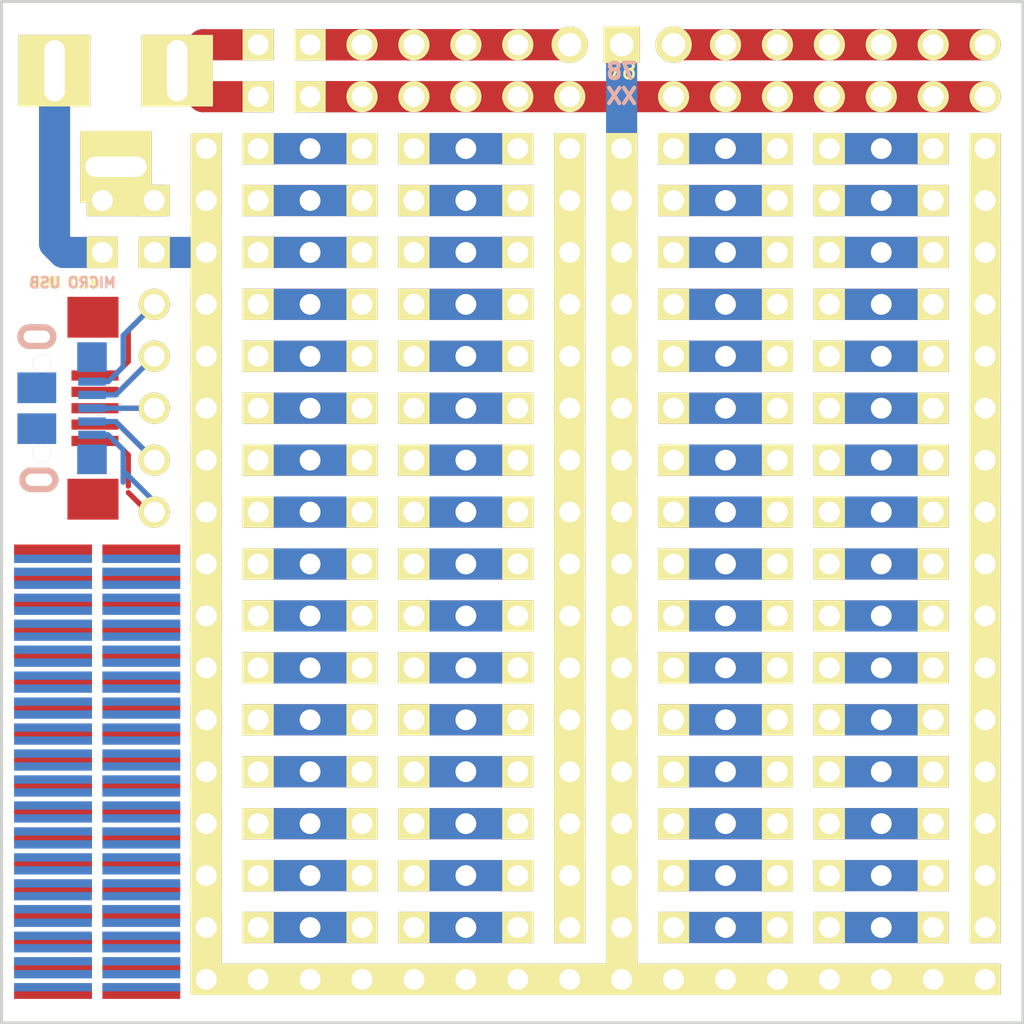
<source format=kicad_pcb>
(kicad_pcb (version 3) (host pcbnew "(2013-may-18)-stable")

  (general
    (links 247)
    (no_connects 224)
    (area 140.303956 125.3744 196.320777 185.704807)
    (thickness 1.6)
    (drawings 8)
    (tracks 44)
    (zones 0)
    (modules 106)
    (nets 81)
  )

  (page A3)
  (layers
    (15 F.Cu signal)
    (0 B.Cu signal)
    (16 B.Adhes user hide)
    (17 F.Adhes user hide)
    (18 B.Paste user hide)
    (19 F.Paste user hide)
    (20 B.SilkS user hide)
    (21 F.SilkS user hide)
    (22 B.Mask user hide)
    (23 F.Mask user hide)
    (24 Dwgs.User user hide)
    (25 Cmts.User user hide)
    (26 Eco1.User user hide)
    (27 Eco2.User user hide)
    (28 Edge.Cuts user)
  )

  (setup
    (last_trace_width 0.254)
    (trace_clearance 0.254)
    (zone_clearance 0.508)
    (zone_45_only no)
    (trace_min 0.254)
    (segment_width 0.2)
    (edge_width 0.15)
    (via_size 0.889)
    (via_drill 0.635)
    (via_min_size 0.889)
    (via_min_drill 0.508)
    (uvia_size 0.508)
    (uvia_drill 0.127)
    (uvias_allowed no)
    (uvia_min_size 0.508)
    (uvia_min_drill 0.127)
    (pcb_text_width 0.3)
    (pcb_text_size 1 1)
    (mod_edge_width 0.15)
    (mod_text_size 1 1)
    (mod_text_width 0.15)
    (pad_size 3.81 0.635)
    (pad_drill 0)
    (pad_to_mask_clearance 0)
    (aux_axis_origin 0 0)
    (visible_elements FFFE7D8D)
    (pcbplotparams
      (layerselection 284196865)
      (usegerberextensions true)
      (excludeedgelayer false)
      (linewidth 0.150000)
      (plotframeref false)
      (viasonmask false)
      (mode 1)
      (useauxorigin false)
      (hpglpennumber 1)
      (hpglpenspeed 20)
      (hpglpendiameter 15)
      (hpglpenoverlay 2)
      (psnegative false)
      (psa4output false)
      (plotreference false)
      (plotvalue false)
      (plotothertext true)
      (plotinvisibletext false)
      (padsonsilk false)
      (subtractmaskfromsilk false)
      (outputformat 1)
      (mirror false)
      (drillshape 0)
      (scaleselection 1)
      (outputdirectory Gerber/))
  )

  (net 0 "")
  (net 1 N-000001)
  (net 2 N-0000010)
  (net 3 N-0000011)
  (net 4 N-0000012)
  (net 5 N-0000013)
  (net 6 N-0000014)
  (net 7 N-0000015)
  (net 8 N-0000016)
  (net 9 N-0000017)
  (net 10 N-0000018)
  (net 11 N-0000019)
  (net 12 N-000002)
  (net 13 N-0000020)
  (net 14 N-0000021)
  (net 15 N-0000022)
  (net 16 N-0000023)
  (net 17 N-0000024)
  (net 18 N-0000025)
  (net 19 N-0000026)
  (net 20 N-0000027)
  (net 21 N-0000028)
  (net 22 N-0000029)
  (net 23 N-000003)
  (net 24 N-0000030)
  (net 25 N-0000031)
  (net 26 N-0000032)
  (net 27 N-0000033)
  (net 28 N-0000034)
  (net 29 N-0000035)
  (net 30 N-0000036)
  (net 31 N-0000037)
  (net 32 N-0000038)
  (net 33 N-0000039)
  (net 34 N-000004)
  (net 35 N-0000040)
  (net 36 N-0000041)
  (net 37 N-0000042)
  (net 38 N-0000043)
  (net 39 N-0000044)
  (net 40 N-0000045)
  (net 41 N-0000046)
  (net 42 N-0000047)
  (net 43 N-0000048)
  (net 44 N-0000049)
  (net 45 N-0000050)
  (net 46 N-0000051)
  (net 47 N-0000052)
  (net 48 N-0000053)
  (net 49 N-0000054)
  (net 50 N-0000055)
  (net 51 N-0000056)
  (net 52 N-0000057)
  (net 53 N-0000058)
  (net 54 N-0000059)
  (net 55 N-000006)
  (net 56 N-0000060)
  (net 57 N-0000061)
  (net 58 N-0000062)
  (net 59 N-0000063)
  (net 60 N-0000064)
  (net 61 N-0000065)
  (net 62 N-0000066)
  (net 63 N-0000067)
  (net 64 N-0000068)
  (net 65 N-0000069)
  (net 66 N-000007)
  (net 67 N-0000070)
  (net 68 N-0000071)
  (net 69 N-0000072)
  (net 70 N-0000073)
  (net 71 N-0000074)
  (net 72 N-0000075)
  (net 73 N-0000076)
  (net 74 N-0000077)
  (net 75 N-0000078)
  (net 76 N-0000079)
  (net 77 N-0000080)
  (net 78 N-0000081)
  (net 79 N-0000084)
  (net 80 N-000009)

  (net_class Default "This is the default net class."
    (clearance 0.254)
    (trace_width 0.254)
    (via_dia 0.889)
    (via_drill 0.635)
    (uvia_dia 0.508)
    (uvia_drill 0.127)
    (add_net "")
    (add_net N-0000013)
    (add_net N-0000014)
    (add_net N-0000015)
    (add_net N-0000016)
    (add_net N-0000017)
    (add_net N-0000018)
    (add_net N-0000019)
    (add_net N-000002)
    (add_net N-0000020)
    (add_net N-0000021)
    (add_net N-0000022)
    (add_net N-0000023)
    (add_net N-0000024)
    (add_net N-0000025)
    (add_net N-0000026)
    (add_net N-0000027)
    (add_net N-0000028)
    (add_net N-0000029)
    (add_net N-000003)
    (add_net N-0000030)
    (add_net N-0000031)
    (add_net N-0000033)
    (add_net N-0000034)
    (add_net N-0000036)
    (add_net N-0000037)
    (add_net N-0000038)
    (add_net N-0000039)
    (add_net N-000004)
    (add_net N-0000040)
    (add_net N-0000041)
    (add_net N-0000042)
    (add_net N-0000043)
    (add_net N-0000044)
    (add_net N-0000045)
    (add_net N-0000046)
    (add_net N-0000047)
    (add_net N-0000048)
    (add_net N-0000049)
    (add_net N-0000050)
    (add_net N-0000051)
    (add_net N-0000052)
    (add_net N-0000053)
    (add_net N-0000054)
    (add_net N-0000055)
    (add_net N-0000056)
    (add_net N-0000057)
    (add_net N-0000058)
    (add_net N-0000059)
    (add_net N-000006)
    (add_net N-0000060)
    (add_net N-0000061)
    (add_net N-0000062)
    (add_net N-0000063)
    (add_net N-0000064)
    (add_net N-0000065)
    (add_net N-0000066)
    (add_net N-0000067)
    (add_net N-0000068)
    (add_net N-0000069)
    (add_net N-000007)
    (add_net N-0000070)
    (add_net N-0000071)
    (add_net N-0000072)
    (add_net N-0000073)
    (add_net N-0000074)
    (add_net N-0000075)
    (add_net N-0000076)
    (add_net N-0000077)
    (add_net N-0000078)
    (add_net N-0000079)
    (add_net N-0000080)
    (add_net N-0000081)
    (add_net N-0000084)
    (add_net N-000009)
  )

  (net_class highcurrent ""
    (clearance 0.254)
    (trace_width 1.524)
    (via_dia 0.889)
    (via_drill 0.635)
    (uvia_dia 0.508)
    (uvia_drill 0.127)
    (add_net N-000001)
    (add_net N-0000010)
    (add_net N-0000011)
    (add_net N-0000012)
    (add_net N-0000032)
    (add_net N-0000035)
  )

  (module BARREL_JACK (layer F.Cu) (tedit 53DBF9E9) (tstamp 53DBF2EE)
    (at 147.574 138.43)
    (descr "DC Barrel Jack")
    (tags "Power Jack")
    (path /53DB9A68)
    (fp_text reference CON2 (at 10.09904 0 90) (layer F.SilkS) hide
      (effects (font (size 1.016 1.016) (thickness 0.2032)))
    )
    (fp_text value BARREL_JACK (at 0 -5.99948) (layer F.SilkS) hide
      (effects (font (size 1.016 1.016) (thickness 0.2032)))
    )
    (pad 1 thru_hole rect (at 6.20014 0) (size 3.50012 3.50012) (drill oval 1.00076 2.99974)
      (layers *.Cu *.Mask F.SilkS)
      (net 1 N-000001)
    )
    (pad 2 thru_hole rect (at 0.20066 0) (size 3.50012 3.50012) (drill oval 1.00076 2.99974)
      (layers *.Cu *.Mask F.SilkS)
      (net 2 N-0000010)
    )
    (pad 3 thru_hole rect (at 3.2004 4.699) (size 3.50012 3.50012) (drill oval 2.99974 1.00076)
      (layers *.Cu *.Mask F.SilkS)
      (net 63 N-0000067)
    )
  )

  (module LM78XX (layer F.Cu) (tedit 53DBF992) (tstamp 53DBE5A3)
    (at 175.514 137.16 90)
    (descr "Regulateur TO220 serie LM78xx")
    (tags "TR TO220")
    (path /53DBDC5A)
    (fp_text reference U1 (at 7.62 0 180) (layer F.SilkS) hide
      (effects (font (size 1.524 1.016) (thickness 0.2032)))
    )
    (fp_text value 7805 (at 10.668 0.127 180) (layer F.SilkS) hide
      (effects (font (size 1.524 1.016) (thickness 0.2032)))
    )
    (pad VI thru_hole circle (at 0 -2.54 90) (size 1.778 1.778) (drill 1.143)
      (layers *.Cu *.Mask F.SilkS)
      (net 5 N-0000013)
    )
    (pad GND thru_hole rect (at 0 0 90) (size 1.778 1.778) (drill 1.143)
      (layers *.Cu *.Mask F.SilkS)
      (net 26 N-0000032)
    )
    (pad VO thru_hole circle (at 0 2.54 90) (size 1.778 1.778) (drill 1.143)
      (layers *.Cu *.Mask F.SilkS)
      (net 3 N-0000011)
    )
    (model discret/to220_horiz.wrl
      (at (xyz 0 0 0))
      (scale (xyz 1 1 1))
      (rotate (xyz 0 0 0))
    )
  )

  (module PINS_5X1 (layer F.Cu) (tedit 53DBFEC4) (tstamp 53DBE57D)
    (at 152.654 154.94 270)
    (path /53DC104E)
    (fp_text reference P1 (at 0 0 360) (layer F.SilkS) hide
      (effects (font (size 1 1) (thickness 0.15)))
    )
    (fp_text value CONN_5 (at 0 0 270) (layer F.SilkS) hide
      (effects (font (size 1 1) (thickness 0.15)))
    )
    (pad 1 thru_hole circle (at -5.08 0 270) (size 1.524 1.524) (drill 1.016)
      (layers *.Cu *.Mask F.SilkS)
      (net 12 N-000002)
    )
    (pad 2 thru_hole circle (at -2.54 0 270) (size 1.524 1.524) (drill 1.016)
      (layers *.Cu *.Mask F.SilkS)
      (net 23 N-000003)
    )
    (pad 3 thru_hole circle (at 0 0 270) (size 1.524 1.524) (drill 1.016)
      (layers *.Cu *.Mask F.SilkS)
      (net 34 N-000004)
    )
    (pad 4 thru_hole circle (at 2.54 0 270) (size 1.524 1.524) (drill 1.016)
      (layers *.Cu *.Mask F.SilkS)
      (net 78 N-0000081)
    )
    (pad 5 thru_hole circle (at 5.08 0 270) (size 1.524 1.524) (drill 1.016)
      (layers *.Cu *.Mask F.SilkS)
      (net 55 N-000006)
    )
  )

  (module MICRO_USB_WITH_SMD_PADS_TO_BACK_SHIELD (layer B.Cu) (tedit 53DC0AC8) (tstamp 53DC18E5)
    (at 149.606 154.94 90)
    (path /53DC45BB)
    (fp_text reference CON3 (at 0 1.905 90) (layer B.SilkS) hide
      (effects (font (size 1 1) (thickness 0.15)) (justify mirror))
    )
    (fp_text value USB-MINI-B (at 0 3.81 90) (layer B.SilkS) hide
      (effects (font (size 1 1) (thickness 0.15)) (justify mirror))
    )
    (pad 6 thru_hole oval (at 3.5 -2.7 90) (size 1.2 1.9) (drill oval 0.6 1.3)
      (layers *.Cu *.Mask B.SilkS)
      (net 66 N-000007)
    )
    (pad SHLD smd rect (at 1 -2.7 90) (size 1.5 1.9)
      (layers B.Cu B.Paste B.Mask)
    )
    (pad 1 smd rect (at -1.3 0 90) (size 0.4 1.35)
      (layers B.Cu B.Paste B.Mask)
      (net 55 N-000006)
    )
    (pad 5 smd rect (at 1.3 0 90) (size 0.4 1.35)
      (layers B.Cu B.Paste B.Mask)
      (net 12 N-000002)
    )
    (pad 4 smd rect (at 0.65 0 90) (size 0.4 1.35)
      (layers B.Cu B.Paste B.Mask)
      (net 23 N-000003)
    )
    (pad 2 smd rect (at -0.65 0 90) (size 0.4 1.35)
      (layers B.Cu B.Paste B.Mask)
      (net 78 N-0000081)
    )
    (pad SHLD smd rect (at 2.5 0 270) (size 1.45 1.45)
      (layers B.Cu B.Paste B.Mask)
    )
    (pad SHLD smd rect (at -2.5 0 270) (size 1.45 1.45)
      (layers B.Cu B.Paste B.Mask)
    )
    (pad 3 smd rect (at 0 0 90) (size 0.4 1.35)
      (layers B.Cu B.Paste B.Mask)
      (net 34 N-000004)
    )
    (pad SHLD smd rect (at -1 -2.7 90) (size 1.5 1.9)
      (layers B.Cu B.Paste B.Mask)
    )
    (pad 8 thru_hole oval (at -3.5 -2.6 90) (size 1.2 1.9) (drill oval 0.6 1.3)
      (layers *.Cu *.Mask B.SilkS)
      (net 80 N-000009)
    )
  )

  (module USB_MINI_B_BACK_HALF (layer F.Cu) (tedit 53DC19DC) (tstamp 53DBE570)
    (at 146.304 154.94)
    (descr "USB Mini-B 5-pin SMD connector")
    (tags "USB, Mini-B, connector")
    (path /53DC1067)
    (fp_text reference CON1 (at 0 6.90118) (layer F.SilkS) hide
      (effects (font (size 1.016 1.016) (thickness 0.2032)))
    )
    (fp_text value USB-MINI-B (at 0 -7.0993) (layer F.SilkS) hide
      (effects (font (size 1.016 1.016) (thickness 0.2032)))
    )
    (pad 1 smd rect (at 3.44932 -1.6002) (size 2.30124 0.50038)
      (layers F.Cu F.Paste F.Mask)
      (net 12 N-000002)
    )
    (pad 2 smd rect (at 3.44932 -0.8001) (size 2.30124 0.50038)
      (layers F.Cu F.Paste F.Mask)
      (net 23 N-000003)
    )
    (pad 3 smd rect (at 3.44932 0) (size 2.30124 0.50038)
      (layers F.Cu F.Paste F.Mask)
      (net 34 N-000004)
    )
    (pad 4 smd rect (at 3.44932 0.8001) (size 2.30124 0.50038)
      (layers F.Cu F.Paste F.Mask)
      (net 78 N-0000081)
    )
    (pad 5 smd rect (at 3.44932 1.6002) (size 2.30124 0.50038)
      (layers F.Cu F.Paste F.Mask)
      (net 55 N-000006)
    )
    (pad 6 smd rect (at 3.35026 -4.45008) (size 2.49936 1.99898)
      (layers F.Cu F.Paste F.Mask)
      (net 66 N-000007)
    )
    (pad 8 smd rect (at 3.35026 4.45008) (size 2.49936 1.99898)
      (layers F.Cu F.Paste F.Mask)
      (net 80 N-000009)
    )
    (pad "" thru_hole circle (at 0.8509 -2.19964) (size 0.89916 0.89916) (drill 0.89916)
      (layers *.Cu *.Mask F.SilkS)
    )
    (pad "" thru_hole circle (at 0.8509 2.19964) (size 0.89916 0.89916) (drill 0.89916)
      (layers *.Cu *.Mask F.SilkS)
    )
  )

  (module INTERCONNECT_16x1 (layer F.Cu) (tedit 53DC22E0) (tstamp 53DC3C49)
    (at 172.974 161.29 90)
    (path /53DBEA21)
    (fp_text reference J21 (at 0 0 90) (layer F.SilkS) hide
      (effects (font (size 1 1) (thickness 0.15)))
    )
    (fp_text value INTERCONNECT_16 (at 0 0 90) (layer F.SilkS) hide
      (effects (font (size 1 1) (thickness 0.15)))
    )
    (pad 1 thru_hole rect (at -19.05 0 90) (size 1.524 1.524) (drill 1.016)
      (layers *.Cu *.Mask F.SilkS)
      (net 30 N-0000036)
    )
    (pad 2 thru_hole rect (at -16.51 0 90) (size 3.81 1.524) (drill 1.016)
      (layers *.Cu *.Mask F.SilkS)
      (net 30 N-0000036)
    )
    (pad 3 thru_hole rect (at -13.97 0 90) (size 3.556 1.524) (drill 1.016)
      (layers *.Cu *.Mask F.SilkS)
      (net 30 N-0000036)
    )
    (pad 4 thru_hole rect (at -11.43 0 90) (size 3.556 1.524) (drill 1.016)
      (layers *.Cu *.Mask F.SilkS)
      (net 30 N-0000036)
    )
    (pad 5 thru_hole rect (at -8.89 0 90) (size 3.556 1.524) (drill 1.016)
      (layers *.Cu *.Mask F.SilkS)
      (net 30 N-0000036)
    )
    (pad 6 thru_hole rect (at -6.35 0 90) (size 3.556 1.524) (drill 1.016)
      (layers *.Cu *.Mask F.SilkS)
      (net 30 N-0000036)
    )
    (pad 7 thru_hole rect (at -3.81 0 90) (size 3.556 1.524) (drill 1.016)
      (layers *.Cu *.Mask F.SilkS)
      (net 30 N-0000036)
    )
    (pad 8 thru_hole rect (at -1.27 0 90) (size 3.556 1.524) (drill 1.016)
      (layers *.Cu *.Mask F.SilkS)
      (net 30 N-0000036)
    )
    (pad 9 thru_hole rect (at 1.27 0 90) (size 3.556 1.524) (drill 1.016)
      (layers *.Cu *.Mask F.SilkS)
      (net 30 N-0000036)
    )
    (pad 10 thru_hole rect (at 3.81 0 90) (size 3.556 1.524) (drill 1.016)
      (layers *.Cu *.Mask F.SilkS)
      (net 30 N-0000036)
    )
    (pad 11 thru_hole rect (at 6.35 0 90) (size 3.556 1.524) (drill 1.016)
      (layers *.Cu *.Mask F.SilkS)
      (net 30 N-0000036)
    )
    (pad 12 thru_hole rect (at 8.89 0 90) (size 3.556 1.524) (drill 1.016)
      (layers *.Cu *.Mask F.SilkS)
      (net 30 N-0000036)
    )
    (pad 13 thru_hole rect (at 11.43 0 90) (size 3.556 1.524) (drill 1.016)
      (layers *.Cu *.Mask F.SilkS)
      (net 30 N-0000036)
    )
    (pad 14 thru_hole rect (at 13.97 0 90) (size 3.556 1.524) (drill 1.016)
      (layers *.Cu *.Mask F.SilkS)
      (net 30 N-0000036)
    )
    (pad 16 thru_hole rect (at 19.05 0 90) (size 1.524 1.524) (drill 1.016)
      (layers *.Cu *.Mask F.SilkS)
      (net 30 N-0000036)
    )
    (pad 15 thru_hole rect (at 16.51 0 90) (size 3.81 1.524) (drill 1.016)
      (layers *.Cu *.Mask F.SilkS)
      (net 30 N-0000036)
    )
  )

  (module INTERCONNECT_16x1 (layer F.Cu) (tedit 53DC22E0) (tstamp 53DC3C5D)
    (at 193.294 161.29 90)
    (path /53DBEF26)
    (fp_text reference J38 (at 0 0 90) (layer F.SilkS) hide
      (effects (font (size 1 1) (thickness 0.15)))
    )
    (fp_text value INTERCONNECT_16 (at 0 0 90) (layer F.SilkS) hide
      (effects (font (size 1 1) (thickness 0.15)))
    )
    (pad 1 thru_hole rect (at -19.05 0 90) (size 1.524 1.524) (drill 1.016)
      (layers *.Cu *.Mask F.SilkS)
      (net 10 N-0000018)
    )
    (pad 2 thru_hole rect (at -16.51 0 90) (size 3.81 1.524) (drill 1.016)
      (layers *.Cu *.Mask F.SilkS)
      (net 10 N-0000018)
    )
    (pad 3 thru_hole rect (at -13.97 0 90) (size 3.556 1.524) (drill 1.016)
      (layers *.Cu *.Mask F.SilkS)
      (net 10 N-0000018)
    )
    (pad 4 thru_hole rect (at -11.43 0 90) (size 3.556 1.524) (drill 1.016)
      (layers *.Cu *.Mask F.SilkS)
      (net 10 N-0000018)
    )
    (pad 5 thru_hole rect (at -8.89 0 90) (size 3.556 1.524) (drill 1.016)
      (layers *.Cu *.Mask F.SilkS)
      (net 10 N-0000018)
    )
    (pad 6 thru_hole rect (at -6.35 0 90) (size 3.556 1.524) (drill 1.016)
      (layers *.Cu *.Mask F.SilkS)
      (net 10 N-0000018)
    )
    (pad 7 thru_hole rect (at -3.81 0 90) (size 3.556 1.524) (drill 1.016)
      (layers *.Cu *.Mask F.SilkS)
      (net 10 N-0000018)
    )
    (pad 8 thru_hole rect (at -1.27 0 90) (size 3.556 1.524) (drill 1.016)
      (layers *.Cu *.Mask F.SilkS)
      (net 10 N-0000018)
    )
    (pad 9 thru_hole rect (at 1.27 0 90) (size 3.556 1.524) (drill 1.016)
      (layers *.Cu *.Mask F.SilkS)
      (net 10 N-0000018)
    )
    (pad 10 thru_hole rect (at 3.81 0 90) (size 3.556 1.524) (drill 1.016)
      (layers *.Cu *.Mask F.SilkS)
      (net 10 N-0000018)
    )
    (pad 11 thru_hole rect (at 6.35 0 90) (size 3.556 1.524) (drill 1.016)
      (layers *.Cu *.Mask F.SilkS)
      (net 10 N-0000018)
    )
    (pad 12 thru_hole rect (at 8.89 0 90) (size 3.556 1.524) (drill 1.016)
      (layers *.Cu *.Mask F.SilkS)
      (net 10 N-0000018)
    )
    (pad 13 thru_hole rect (at 11.43 0 90) (size 3.556 1.524) (drill 1.016)
      (layers *.Cu *.Mask F.SilkS)
      (net 10 N-0000018)
    )
    (pad 14 thru_hole rect (at 13.97 0 90) (size 3.556 1.524) (drill 1.016)
      (layers *.Cu *.Mask F.SilkS)
      (net 10 N-0000018)
    )
    (pad 16 thru_hole rect (at 19.05 0 90) (size 1.524 1.524) (drill 1.016)
      (layers *.Cu *.Mask F.SilkS)
      (net 10 N-0000018)
    )
    (pad 15 thru_hole rect (at 16.51 0 90) (size 3.81 1.524) (drill 1.016)
      (layers *.Cu *.Mask F.SilkS)
      (net 10 N-0000018)
    )
  )

  (module INTERCONNECT_3X1 (layer F.Cu) (tedit 53DC21FE) (tstamp 53DC3D17)
    (at 160.274 142.24)
    (path /53DC1927)
    (fp_text reference J49 (at 0 0) (layer F.SilkS) hide
      (effects (font (size 1 1) (thickness 0.15)))
    )
    (fp_text value INTERCONNECT_3 (at 0 0) (layer F.SilkS) hide
      (effects (font (size 1 1) (thickness 0.15)))
    )
    (pad 2 thru_hole rect (at 0 0) (size 3.81 1.524) (drill 1.016)
      (layers *.Cu F.Mask)
      (net 77 N-0000080)
    )
    (pad 1 thru_hole rect (at -2.54 0) (size 1.524 1.524) (drill 1.016)
      (layers *.Cu *.Mask F.SilkS)
      (net 77 N-0000080)
    )
    (pad 3 thru_hole rect (at 2.54 0) (size 1.524 1.524) (drill 1.016)
      (layers *.Cu *.Mask F.SilkS)
      (net 77 N-0000080)
    )
  )

  (module INTERCONNECT_3X1 (layer F.Cu) (tedit 53DC21FE) (tstamp 53DC3D1E)
    (at 167.894 142.24)
    (path /53DC1957)
    (fp_text reference J41 (at 0 0) (layer F.SilkS) hide
      (effects (font (size 1 1) (thickness 0.15)))
    )
    (fp_text value INTERCONNECT_3 (at 0 0) (layer F.SilkS) hide
      (effects (font (size 1 1) (thickness 0.15)))
    )
    (pad 2 thru_hole rect (at 0 0) (size 3.81 1.524) (drill 1.016)
      (layers *.Cu F.Mask)
      (net 33 N-0000039)
    )
    (pad 1 thru_hole rect (at -2.54 0) (size 1.524 1.524) (drill 1.016)
      (layers *.Cu *.Mask F.SilkS)
      (net 33 N-0000039)
    )
    (pad 3 thru_hole rect (at 2.54 0) (size 1.524 1.524) (drill 1.016)
      (layers *.Cu *.Mask F.SilkS)
      (net 33 N-0000039)
    )
  )

  (module INTERCONNECT_3X1 (layer F.Cu) (tedit 53DC21FE) (tstamp 53DC3D25)
    (at 160.274 144.78)
    (path /53DC1951)
    (fp_text reference J42 (at 0 0) (layer F.SilkS) hide
      (effects (font (size 1 1) (thickness 0.15)))
    )
    (fp_text value INTERCONNECT_3 (at 0 0) (layer F.SilkS) hide
      (effects (font (size 1 1) (thickness 0.15)))
    )
    (pad 2 thru_hole rect (at 0 0) (size 3.81 1.524) (drill 1.016)
      (layers *.Cu F.Mask)
      (net 32 N-0000038)
    )
    (pad 1 thru_hole rect (at -2.54 0) (size 1.524 1.524) (drill 1.016)
      (layers *.Cu *.Mask F.SilkS)
      (net 32 N-0000038)
    )
    (pad 3 thru_hole rect (at 2.54 0) (size 1.524 1.524) (drill 1.016)
      (layers *.Cu *.Mask F.SilkS)
      (net 32 N-0000038)
    )
  )

  (module INTERCONNECT_3X1 (layer F.Cu) (tedit 53DC21FE) (tstamp 53DC3F6C)
    (at 167.894 144.78)
    (path /53DC194B)
    (fp_text reference J43 (at 0 0) (layer F.SilkS) hide
      (effects (font (size 1 1) (thickness 0.15)))
    )
    (fp_text value INTERCONNECT_3 (at 0 0) (layer F.SilkS) hide
      (effects (font (size 1 1) (thickness 0.15)))
    )
    (pad 2 thru_hole rect (at 0 0) (size 3.81 1.524) (drill 1.016)
      (layers *.Cu F.Mask)
      (net 44 N-0000049)
    )
    (pad 1 thru_hole rect (at -2.54 0) (size 1.524 1.524) (drill 1.016)
      (layers *.Cu *.Mask F.SilkS)
      (net 44 N-0000049)
    )
    (pad 3 thru_hole rect (at 2.54 0) (size 1.524 1.524) (drill 1.016)
      (layers *.Cu *.Mask F.SilkS)
      (net 44 N-0000049)
    )
  )

  (module INTERCONNECT_3X1 (layer F.Cu) (tedit 53DC21FE) (tstamp 53DC3D33)
    (at 160.274 147.32)
    (path /53DC1945)
    (fp_text reference J44 (at 0 0) (layer F.SilkS) hide
      (effects (font (size 1 1) (thickness 0.15)))
    )
    (fp_text value INTERCONNECT_3 (at 0 0) (layer F.SilkS) hide
      (effects (font (size 1 1) (thickness 0.15)))
    )
    (pad 2 thru_hole rect (at 0 0) (size 3.81 1.524) (drill 1.016)
      (layers *.Cu F.Mask)
      (net 43 N-0000048)
    )
    (pad 1 thru_hole rect (at -2.54 0) (size 1.524 1.524) (drill 1.016)
      (layers *.Cu *.Mask F.SilkS)
      (net 43 N-0000048)
    )
    (pad 3 thru_hole rect (at 2.54 0) (size 1.524 1.524) (drill 1.016)
      (layers *.Cu *.Mask F.SilkS)
      (net 43 N-0000048)
    )
  )

  (module INTERCONNECT_3X1 (layer F.Cu) (tedit 53DC21FE) (tstamp 53DC3D3A)
    (at 167.894 147.32)
    (path /53DC193F)
    (fp_text reference J45 (at 0 0) (layer F.SilkS) hide
      (effects (font (size 1 1) (thickness 0.15)))
    )
    (fp_text value INTERCONNECT_3 (at 0 0) (layer F.SilkS) hide
      (effects (font (size 1 1) (thickness 0.15)))
    )
    (pad 2 thru_hole rect (at 0 0) (size 3.81 1.524) (drill 1.016)
      (layers *.Cu F.Mask)
      (net 42 N-0000047)
    )
    (pad 1 thru_hole rect (at -2.54 0) (size 1.524 1.524) (drill 1.016)
      (layers *.Cu *.Mask F.SilkS)
      (net 42 N-0000047)
    )
    (pad 3 thru_hole rect (at 2.54 0) (size 1.524 1.524) (drill 1.016)
      (layers *.Cu *.Mask F.SilkS)
      (net 42 N-0000047)
    )
  )

  (module INTERCONNECT_3X1 (layer F.Cu) (tedit 53DC21FE) (tstamp 53DC3D41)
    (at 160.274 149.86)
    (path /53DC1939)
    (fp_text reference J46 (at 0 0) (layer F.SilkS) hide
      (effects (font (size 1 1) (thickness 0.15)))
    )
    (fp_text value INTERCONNECT_3 (at 0 0) (layer F.SilkS) hide
      (effects (font (size 1 1) (thickness 0.15)))
    )
    (pad 2 thru_hole rect (at 0 0) (size 3.81 1.524) (drill 1.016)
      (layers *.Cu F.Mask)
      (net 40 N-0000045)
    )
    (pad 1 thru_hole rect (at -2.54 0) (size 1.524 1.524) (drill 1.016)
      (layers *.Cu *.Mask F.SilkS)
      (net 40 N-0000045)
    )
    (pad 3 thru_hole rect (at 2.54 0) (size 1.524 1.524) (drill 1.016)
      (layers *.Cu *.Mask F.SilkS)
      (net 40 N-0000045)
    )
  )

  (module INTERCONNECT_3X1 (layer F.Cu) (tedit 53DC21FE) (tstamp 53DC3D48)
    (at 167.894 149.86)
    (path /53DC1933)
    (fp_text reference J47 (at 0 0) (layer F.SilkS) hide
      (effects (font (size 1 1) (thickness 0.15)))
    )
    (fp_text value INTERCONNECT_3 (at 0 0) (layer F.SilkS) hide
      (effects (font (size 1 1) (thickness 0.15)))
    )
    (pad 2 thru_hole rect (at 0 0) (size 3.81 1.524) (drill 1.016)
      (layers *.Cu F.Mask)
      (net 39 N-0000044)
    )
    (pad 1 thru_hole rect (at -2.54 0) (size 1.524 1.524) (drill 1.016)
      (layers *.Cu *.Mask F.SilkS)
      (net 39 N-0000044)
    )
    (pad 3 thru_hole rect (at 2.54 0) (size 1.524 1.524) (drill 1.016)
      (layers *.Cu *.Mask F.SilkS)
      (net 39 N-0000044)
    )
  )

  (module INTERCONNECT_3X1 (layer F.Cu) (tedit 53DC21FE) (tstamp 53DC3D4F)
    (at 160.274 152.4)
    (path /53DC192D)
    (fp_text reference J48 (at 0 0) (layer F.SilkS) hide
      (effects (font (size 1 1) (thickness 0.15)))
    )
    (fp_text value INTERCONNECT_3 (at 0 0) (layer F.SilkS) hide
      (effects (font (size 1 1) (thickness 0.15)))
    )
    (pad 2 thru_hole rect (at 0 0) (size 3.81 1.524) (drill 1.016)
      (layers *.Cu F.Mask)
      (net 38 N-0000043)
    )
    (pad 1 thru_hole rect (at -2.54 0) (size 1.524 1.524) (drill 1.016)
      (layers *.Cu *.Mask F.SilkS)
      (net 38 N-0000043)
    )
    (pad 3 thru_hole rect (at 2.54 0) (size 1.524 1.524) (drill 1.016)
      (layers *.Cu *.Mask F.SilkS)
      (net 38 N-0000043)
    )
  )

  (module INTERCONNECT_3X1 (layer F.Cu) (tedit 53DC21FE) (tstamp 53DC40AE)
    (at 167.894 152.4)
    (path /53DC197D)
    (fp_text reference J72 (at 0 0) (layer F.SilkS) hide
      (effects (font (size 1 1) (thickness 0.15)))
    )
    (fp_text value INTERCONNECT_3 (at 0 0) (layer F.SilkS) hide
      (effects (font (size 1 1) (thickness 0.15)))
    )
    (pad 2 thru_hole rect (at 0 0) (size 3.81 1.524) (drill 1.016)
      (layers *.Cu F.Mask)
      (net 35 N-0000040)
    )
    (pad 1 thru_hole rect (at -2.54 0) (size 1.524 1.524) (drill 1.016)
      (layers *.Cu *.Mask F.SilkS)
      (net 35 N-0000040)
    )
    (pad 3 thru_hole rect (at 2.54 0) (size 1.524 1.524) (drill 1.016)
      (layers *.Cu *.Mask F.SilkS)
      (net 35 N-0000040)
    )
  )

  (module INTERCONNECT_3X1 (layer F.Cu) (tedit 53DC21FE) (tstamp 53DC3D5D)
    (at 167.894 154.94)
    (path /53DC1921)
    (fp_text reference J50 (at 0 0) (layer F.SilkS) hide
      (effects (font (size 1 1) (thickness 0.15)))
    )
    (fp_text value INTERCONNECT_3 (at 0 0) (layer F.SilkS) hide
      (effects (font (size 1 1) (thickness 0.15)))
    )
    (pad 2 thru_hole rect (at 0 0) (size 3.81 1.524) (drill 1.016)
      (layers *.Cu F.Mask)
      (net 76 N-0000079)
    )
    (pad 1 thru_hole rect (at -2.54 0) (size 1.524 1.524) (drill 1.016)
      (layers *.Cu *.Mask F.SilkS)
      (net 76 N-0000079)
    )
    (pad 3 thru_hole rect (at 2.54 0) (size 1.524 1.524) (drill 1.016)
      (layers *.Cu *.Mask F.SilkS)
      (net 76 N-0000079)
    )
  )

  (module INTERCONNECT_3X1 (layer F.Cu) (tedit 53DC21FE) (tstamp 53DC3D64)
    (at 160.274 154.94)
    (path /53DC191B)
    (fp_text reference J51 (at 0 0) (layer F.SilkS) hide
      (effects (font (size 1 1) (thickness 0.15)))
    )
    (fp_text value INTERCONNECT_3 (at 0 0) (layer F.SilkS) hide
      (effects (font (size 1 1) (thickness 0.15)))
    )
    (pad 2 thru_hole rect (at 0 0) (size 3.81 1.524) (drill 1.016)
      (layers *.Cu F.Mask)
      (net 75 N-0000078)
    )
    (pad 1 thru_hole rect (at -2.54 0) (size 1.524 1.524) (drill 1.016)
      (layers *.Cu *.Mask F.SilkS)
      (net 75 N-0000078)
    )
    (pad 3 thru_hole rect (at 2.54 0) (size 1.524 1.524) (drill 1.016)
      (layers *.Cu *.Mask F.SilkS)
      (net 75 N-0000078)
    )
  )

  (module INTERCONNECT_3X1 (layer F.Cu) (tedit 53DC21FE) (tstamp 53DC3D6B)
    (at 160.274 157.48)
    (path /53DC1915)
    (fp_text reference J52 (at 0 0) (layer F.SilkS) hide
      (effects (font (size 1 1) (thickness 0.15)))
    )
    (fp_text value INTERCONNECT_3 (at 0 0) (layer F.SilkS) hide
      (effects (font (size 1 1) (thickness 0.15)))
    )
    (pad 2 thru_hole rect (at 0 0) (size 3.81 1.524) (drill 1.016)
      (layers *.Cu F.Mask)
      (net 73 N-0000076)
    )
    (pad 1 thru_hole rect (at -2.54 0) (size 1.524 1.524) (drill 1.016)
      (layers *.Cu *.Mask F.SilkS)
      (net 73 N-0000076)
    )
    (pad 3 thru_hole rect (at 2.54 0) (size 1.524 1.524) (drill 1.016)
      (layers *.Cu *.Mask F.SilkS)
      (net 73 N-0000076)
    )
  )

  (module INTERCONNECT_3X1 (layer F.Cu) (tedit 53DC21FE) (tstamp 53DC3D72)
    (at 167.894 157.48)
    (path /53DC190F)
    (fp_text reference J53 (at 0 0) (layer F.SilkS) hide
      (effects (font (size 1 1) (thickness 0.15)))
    )
    (fp_text value INTERCONNECT_3 (at 0 0) (layer F.SilkS) hide
      (effects (font (size 1 1) (thickness 0.15)))
    )
    (pad 2 thru_hole rect (at 0 0) (size 3.81 1.524) (drill 1.016)
      (layers *.Cu F.Mask)
      (net 72 N-0000075)
    )
    (pad 1 thru_hole rect (at -2.54 0) (size 1.524 1.524) (drill 1.016)
      (layers *.Cu *.Mask F.SilkS)
      (net 72 N-0000075)
    )
    (pad 3 thru_hole rect (at 2.54 0) (size 1.524 1.524) (drill 1.016)
      (layers *.Cu *.Mask F.SilkS)
      (net 72 N-0000075)
    )
  )

  (module INTERCONNECT_3X1 (layer F.Cu) (tedit 53DC21FE) (tstamp 53DC3D79)
    (at 160.274 160.02)
    (path /53DC1909)
    (fp_text reference J54 (at 0 0) (layer F.SilkS) hide
      (effects (font (size 1 1) (thickness 0.15)))
    )
    (fp_text value INTERCONNECT_3 (at 0 0) (layer F.SilkS) hide
      (effects (font (size 1 1) (thickness 0.15)))
    )
    (pad 2 thru_hole rect (at 0 0) (size 3.81 1.524) (drill 1.016)
      (layers *.Cu F.Mask)
      (net 71 N-0000074)
    )
    (pad 1 thru_hole rect (at -2.54 0) (size 1.524 1.524) (drill 1.016)
      (layers *.Cu *.Mask F.SilkS)
      (net 71 N-0000074)
    )
    (pad 3 thru_hole rect (at 2.54 0) (size 1.524 1.524) (drill 1.016)
      (layers *.Cu *.Mask F.SilkS)
      (net 71 N-0000074)
    )
  )

  (module INTERCONNECT_3X1 (layer F.Cu) (tedit 53DC21FE) (tstamp 53DC3D80)
    (at 167.894 160.02)
    (path /53DC1903)
    (fp_text reference J55 (at 0 0) (layer F.SilkS) hide
      (effects (font (size 1 1) (thickness 0.15)))
    )
    (fp_text value INTERCONNECT_3 (at 0 0) (layer F.SilkS) hide
      (effects (font (size 1 1) (thickness 0.15)))
    )
    (pad 2 thru_hole rect (at 0 0) (size 3.81 1.524) (drill 1.016)
      (layers *.Cu F.Mask)
      (net 74 N-0000077)
    )
    (pad 1 thru_hole rect (at -2.54 0) (size 1.524 1.524) (drill 1.016)
      (layers *.Cu *.Mask F.SilkS)
      (net 74 N-0000077)
    )
    (pad 3 thru_hole rect (at 2.54 0) (size 1.524 1.524) (drill 1.016)
      (layers *.Cu *.Mask F.SilkS)
      (net 74 N-0000077)
    )
  )

  (module INTERCONNECT_3X1 (layer F.Cu) (tedit 53DC21FE) (tstamp 53DC3D87)
    (at 160.274 162.56)
    (path /53DC18FD)
    (fp_text reference J56 (at 0 0) (layer F.SilkS) hide
      (effects (font (size 1 1) (thickness 0.15)))
    )
    (fp_text value INTERCONNECT_3 (at 0 0) (layer F.SilkS) hide
      (effects (font (size 1 1) (thickness 0.15)))
    )
    (pad 2 thru_hole rect (at 0 0) (size 3.81 1.524) (drill 1.016)
      (layers *.Cu F.Mask)
      (net 79 N-0000084)
    )
    (pad 1 thru_hole rect (at -2.54 0) (size 1.524 1.524) (drill 1.016)
      (layers *.Cu *.Mask F.SilkS)
      (net 79 N-0000084)
    )
    (pad 3 thru_hole rect (at 2.54 0) (size 1.524 1.524) (drill 1.016)
      (layers *.Cu *.Mask F.SilkS)
      (net 79 N-0000084)
    )
  )

  (module INTERCONNECT_3X1 (layer F.Cu) (tedit 53DC21FE) (tstamp 53DC3D8E)
    (at 167.894 162.56)
    (path /53DBE2BA)
    (fp_text reference J36 (at 0 0) (layer F.SilkS) hide
      (effects (font (size 1 1) (thickness 0.15)))
    )
    (fp_text value INTERCONNECT_3 (at 0 0) (layer F.SilkS) hide
      (effects (font (size 1 1) (thickness 0.15)))
    )
    (pad 2 thru_hole rect (at 0 0) (size 3.81 1.524) (drill 1.016)
      (layers *.Cu F.Mask)
      (net 28 N-0000034)
    )
    (pad 1 thru_hole rect (at -2.54 0) (size 1.524 1.524) (drill 1.016)
      (layers *.Cu *.Mask F.SilkS)
      (net 28 N-0000034)
    )
    (pad 3 thru_hole rect (at 2.54 0) (size 1.524 1.524) (drill 1.016)
      (layers *.Cu *.Mask F.SilkS)
      (net 28 N-0000034)
    )
  )

  (module INTERCONNECT_3X1 (layer F.Cu) (tedit 53DC21FE) (tstamp 53DC3D95)
    (at 160.274 165.1)
    (path /53DC1983)
    (fp_text reference J71 (at 0 0) (layer F.SilkS) hide
      (effects (font (size 1 1) (thickness 0.15)))
    )
    (fp_text value INTERCONNECT_3 (at 0 0) (layer F.SilkS) hide
      (effects (font (size 1 1) (thickness 0.15)))
    )
    (pad 2 thru_hole rect (at 0 0) (size 3.81 1.524) (drill 1.016)
      (layers *.Cu F.Mask)
      (net 31 N-0000037)
    )
    (pad 1 thru_hole rect (at -2.54 0) (size 1.524 1.524) (drill 1.016)
      (layers *.Cu *.Mask F.SilkS)
      (net 31 N-0000037)
    )
    (pad 3 thru_hole rect (at 2.54 0) (size 1.524 1.524) (drill 1.016)
      (layers *.Cu *.Mask F.SilkS)
      (net 31 N-0000037)
    )
  )

  (module INTERCONNECT_3X1 (layer F.Cu) (tedit 53DC21FE) (tstamp 53DC3D9C)
    (at 167.894 165.1)
    (path /53DC1989)
    (fp_text reference J70 (at 0 0) (layer F.SilkS) hide
      (effects (font (size 1 1) (thickness 0.15)))
    )
    (fp_text value INTERCONNECT_3 (at 0 0) (layer F.SilkS) hide
      (effects (font (size 1 1) (thickness 0.15)))
    )
    (pad 2 thru_hole rect (at 0 0) (size 3.81 1.524) (drill 1.016)
      (layers *.Cu F.Mask)
      (net 36 N-0000041)
    )
    (pad 1 thru_hole rect (at -2.54 0) (size 1.524 1.524) (drill 1.016)
      (layers *.Cu *.Mask F.SilkS)
      (net 36 N-0000041)
    )
    (pad 3 thru_hole rect (at 2.54 0) (size 1.524 1.524) (drill 1.016)
      (layers *.Cu *.Mask F.SilkS)
      (net 36 N-0000041)
    )
  )

  (module INTERCONNECT_3X1 (layer F.Cu) (tedit 53DC21FE) (tstamp 53DC3DA3)
    (at 160.274 167.64)
    (path /53DC198F)
    (fp_text reference J69 (at 0 0) (layer F.SilkS) hide
      (effects (font (size 1 1) (thickness 0.15)))
    )
    (fp_text value INTERCONNECT_3 (at 0 0) (layer F.SilkS) hide
      (effects (font (size 1 1) (thickness 0.15)))
    )
    (pad 2 thru_hole rect (at 0 0) (size 3.81 1.524) (drill 1.016)
      (layers *.Cu F.Mask)
      (net 37 N-0000042)
    )
    (pad 1 thru_hole rect (at -2.54 0) (size 1.524 1.524) (drill 1.016)
      (layers *.Cu *.Mask F.SilkS)
      (net 37 N-0000042)
    )
    (pad 3 thru_hole rect (at 2.54 0) (size 1.524 1.524) (drill 1.016)
      (layers *.Cu *.Mask F.SilkS)
      (net 37 N-0000042)
    )
  )

  (module INTERCONNECT_3X1 (layer F.Cu) (tedit 53DC21FE) (tstamp 53DC3DAA)
    (at 167.894 167.64)
    (path /53DC1995)
    (fp_text reference J68 (at 0 0) (layer F.SilkS) hide
      (effects (font (size 1 1) (thickness 0.15)))
    )
    (fp_text value INTERCONNECT_3 (at 0 0) (layer F.SilkS) hide
      (effects (font (size 1 1) (thickness 0.15)))
    )
    (pad 2 thru_hole rect (at 0 0) (size 3.81 1.524) (drill 1.016)
      (layers *.Cu F.Mask)
      (net 41 N-0000046)
    )
    (pad 1 thru_hole rect (at -2.54 0) (size 1.524 1.524) (drill 1.016)
      (layers *.Cu *.Mask F.SilkS)
      (net 41 N-0000046)
    )
    (pad 3 thru_hole rect (at 2.54 0) (size 1.524 1.524) (drill 1.016)
      (layers *.Cu *.Mask F.SilkS)
      (net 41 N-0000046)
    )
  )

  (module INTERCONNECT_3X1 (layer F.Cu) (tedit 53DC21FE) (tstamp 53DC3DB1)
    (at 160.274 170.18)
    (path /53DC199B)
    (fp_text reference J67 (at 0 0) (layer F.SilkS) hide
      (effects (font (size 1 1) (thickness 0.15)))
    )
    (fp_text value INTERCONNECT_3 (at 0 0) (layer F.SilkS) hide
      (effects (font (size 1 1) (thickness 0.15)))
    )
    (pad 2 thru_hole rect (at 0 0) (size 3.81 1.524) (drill 1.016)
      (layers *.Cu F.Mask)
      (net 52 N-0000057)
    )
    (pad 1 thru_hole rect (at -2.54 0) (size 1.524 1.524) (drill 1.016)
      (layers *.Cu *.Mask F.SilkS)
      (net 52 N-0000057)
    )
    (pad 3 thru_hole rect (at 2.54 0) (size 1.524 1.524) (drill 1.016)
      (layers *.Cu *.Mask F.SilkS)
      (net 52 N-0000057)
    )
  )

  (module INTERCONNECT_3X1 (layer F.Cu) (tedit 53DC21FE) (tstamp 53DC3DB8)
    (at 167.894 170.18)
    (path /53DC19A1)
    (fp_text reference J66 (at 0 0) (layer F.SilkS) hide
      (effects (font (size 1 1) (thickness 0.15)))
    )
    (fp_text value INTERCONNECT_3 (at 0 0) (layer F.SilkS) hide
      (effects (font (size 1 1) (thickness 0.15)))
    )
    (pad 2 thru_hole rect (at 0 0) (size 3.81 1.524) (drill 1.016)
      (layers *.Cu F.Mask)
      (net 53 N-0000058)
    )
    (pad 1 thru_hole rect (at -2.54 0) (size 1.524 1.524) (drill 1.016)
      (layers *.Cu *.Mask F.SilkS)
      (net 53 N-0000058)
    )
    (pad 3 thru_hole rect (at 2.54 0) (size 1.524 1.524) (drill 1.016)
      (layers *.Cu *.Mask F.SilkS)
      (net 53 N-0000058)
    )
  )

  (module INTERCONNECT_3X1 (layer F.Cu) (tedit 53DC21FE) (tstamp 53DC3DBF)
    (at 160.274 172.72)
    (path /53DC19A7)
    (fp_text reference J65 (at 0 0) (layer F.SilkS) hide
      (effects (font (size 1 1) (thickness 0.15)))
    )
    (fp_text value INTERCONNECT_3 (at 0 0) (layer F.SilkS) hide
      (effects (font (size 1 1) (thickness 0.15)))
    )
    (pad 2 thru_hole rect (at 0 0) (size 3.81 1.524) (drill 1.016)
      (layers *.Cu F.Mask)
      (net 51 N-0000056)
    )
    (pad 1 thru_hole rect (at -2.54 0) (size 1.524 1.524) (drill 1.016)
      (layers *.Cu *.Mask F.SilkS)
      (net 51 N-0000056)
    )
    (pad 3 thru_hole rect (at 2.54 0) (size 1.524 1.524) (drill 1.016)
      (layers *.Cu *.Mask F.SilkS)
      (net 51 N-0000056)
    )
  )

  (module INTERCONNECT_3X1 (layer F.Cu) (tedit 53DC21FE) (tstamp 53DC3DC6)
    (at 167.894 172.72)
    (path /53DC19AD)
    (fp_text reference J64 (at 0 0) (layer F.SilkS) hide
      (effects (font (size 1 1) (thickness 0.15)))
    )
    (fp_text value INTERCONNECT_3 (at 0 0) (layer F.SilkS) hide
      (effects (font (size 1 1) (thickness 0.15)))
    )
    (pad 2 thru_hole rect (at 0 0) (size 3.81 1.524) (drill 1.016)
      (layers *.Cu F.Mask)
      (net 54 N-0000059)
    )
    (pad 1 thru_hole rect (at -2.54 0) (size 1.524 1.524) (drill 1.016)
      (layers *.Cu *.Mask F.SilkS)
      (net 54 N-0000059)
    )
    (pad 3 thru_hole rect (at 2.54 0) (size 1.524 1.524) (drill 1.016)
      (layers *.Cu *.Mask F.SilkS)
      (net 54 N-0000059)
    )
  )

  (module INTERCONNECT_3X1 (layer F.Cu) (tedit 53DC21FE) (tstamp 53DC3DCD)
    (at 160.274 175.26)
    (path /53DC19B3)
    (fp_text reference J63 (at 0 0) (layer F.SilkS) hide
      (effects (font (size 1 1) (thickness 0.15)))
    )
    (fp_text value INTERCONNECT_3 (at 0 0) (layer F.SilkS) hide
      (effects (font (size 1 1) (thickness 0.15)))
    )
    (pad 2 thru_hole rect (at 0 0) (size 3.81 1.524) (drill 1.016)
      (layers *.Cu F.Mask)
      (net 56 N-0000060)
    )
    (pad 1 thru_hole rect (at -2.54 0) (size 1.524 1.524) (drill 1.016)
      (layers *.Cu *.Mask F.SilkS)
      (net 56 N-0000060)
    )
    (pad 3 thru_hole rect (at 2.54 0) (size 1.524 1.524) (drill 1.016)
      (layers *.Cu *.Mask F.SilkS)
      (net 56 N-0000060)
    )
  )

  (module INTERCONNECT_3X1 (layer F.Cu) (tedit 53DC21FE) (tstamp 53DC3DD4)
    (at 167.894 175.26)
    (path /53DC19B9)
    (fp_text reference J62 (at 0 0) (layer F.SilkS) hide
      (effects (font (size 1 1) (thickness 0.15)))
    )
    (fp_text value INTERCONNECT_3 (at 0 0) (layer F.SilkS) hide
      (effects (font (size 1 1) (thickness 0.15)))
    )
    (pad 2 thru_hole rect (at 0 0) (size 3.81 1.524) (drill 1.016)
      (layers *.Cu F.Mask)
      (net 48 N-0000053)
    )
    (pad 1 thru_hole rect (at -2.54 0) (size 1.524 1.524) (drill 1.016)
      (layers *.Cu *.Mask F.SilkS)
      (net 48 N-0000053)
    )
    (pad 3 thru_hole rect (at 2.54 0) (size 1.524 1.524) (drill 1.016)
      (layers *.Cu *.Mask F.SilkS)
      (net 48 N-0000053)
    )
  )

  (module INTERCONNECT_3X1 (layer F.Cu) (tedit 53DC21FE) (tstamp 53DC3DDB)
    (at 167.894 177.8)
    (path /53DC19BF)
    (fp_text reference J61 (at 0 0) (layer F.SilkS) hide
      (effects (font (size 1 1) (thickness 0.15)))
    )
    (fp_text value INTERCONNECT_3 (at 0 0) (layer F.SilkS) hide
      (effects (font (size 1 1) (thickness 0.15)))
    )
    (pad 2 thru_hole rect (at 0 0) (size 3.81 1.524) (drill 1.016)
      (layers *.Cu F.Mask)
      (net 45 N-0000050)
    )
    (pad 1 thru_hole rect (at -2.54 0) (size 1.524 1.524) (drill 1.016)
      (layers *.Cu *.Mask F.SilkS)
      (net 45 N-0000050)
    )
    (pad 3 thru_hole rect (at 2.54 0) (size 1.524 1.524) (drill 1.016)
      (layers *.Cu *.Mask F.SilkS)
      (net 45 N-0000050)
    )
  )

  (module INTERCONNECT_3X1 (layer F.Cu) (tedit 53DC21FE) (tstamp 53DC3DE2)
    (at 160.274 177.8)
    (path /53DC19C5)
    (fp_text reference J60 (at 0 0) (layer F.SilkS) hide
      (effects (font (size 1 1) (thickness 0.15)))
    )
    (fp_text value INTERCONNECT_3 (at 0 0) (layer F.SilkS) hide
      (effects (font (size 1 1) (thickness 0.15)))
    )
    (pad 2 thru_hole rect (at 0 0) (size 3.81 1.524) (drill 1.016)
      (layers *.Cu F.Mask)
      (net 46 N-0000051)
    )
    (pad 1 thru_hole rect (at -2.54 0) (size 1.524 1.524) (drill 1.016)
      (layers *.Cu *.Mask F.SilkS)
      (net 46 N-0000051)
    )
    (pad 3 thru_hole rect (at 2.54 0) (size 1.524 1.524) (drill 1.016)
      (layers *.Cu *.Mask F.SilkS)
      (net 46 N-0000051)
    )
  )

  (module INTERCONNECT_3X1 (layer F.Cu) (tedit 53DC21FE) (tstamp 53DC3DE9)
    (at 167.894 180.34)
    (path /53DC19CB)
    (fp_text reference J59 (at 0 0) (layer F.SilkS) hide
      (effects (font (size 1 1) (thickness 0.15)))
    )
    (fp_text value INTERCONNECT_3 (at 0 0) (layer F.SilkS) hide
      (effects (font (size 1 1) (thickness 0.15)))
    )
    (pad 2 thru_hole rect (at 0 0) (size 3.81 1.524) (drill 1.016)
      (layers *.Cu F.Mask)
      (net 47 N-0000052)
    )
    (pad 1 thru_hole rect (at -2.54 0) (size 1.524 1.524) (drill 1.016)
      (layers *.Cu *.Mask F.SilkS)
      (net 47 N-0000052)
    )
    (pad 3 thru_hole rect (at 2.54 0) (size 1.524 1.524) (drill 1.016)
      (layers *.Cu *.Mask F.SilkS)
      (net 47 N-0000052)
    )
  )

  (module INTERCONNECT_3X1 (layer F.Cu) (tedit 53DC21FE) (tstamp 53DC3DF0)
    (at 160.274 180.34)
    (path /53DC19D1)
    (fp_text reference J58 (at 0 0) (layer F.SilkS) hide
      (effects (font (size 1 1) (thickness 0.15)))
    )
    (fp_text value INTERCONNECT_3 (at 0 0) (layer F.SilkS) hide
      (effects (font (size 1 1) (thickness 0.15)))
    )
    (pad 2 thru_hole rect (at 0 0) (size 3.81 1.524) (drill 1.016)
      (layers *.Cu F.Mask)
      (net 49 N-0000054)
    )
    (pad 1 thru_hole rect (at -2.54 0) (size 1.524 1.524) (drill 1.016)
      (layers *.Cu *.Mask F.SilkS)
      (net 49 N-0000054)
    )
    (pad 3 thru_hole rect (at 2.54 0) (size 1.524 1.524) (drill 1.016)
      (layers *.Cu *.Mask F.SilkS)
      (net 49 N-0000054)
    )
  )

  (module INTERCONNECT_3X1 (layer F.Cu) (tedit 53DC21FE) (tstamp 53DC3DF7)
    (at 180.594 142.24)
    (path /53DC19D7)
    (fp_text reference J57 (at 0 0) (layer F.SilkS) hide
      (effects (font (size 1 1) (thickness 0.15)))
    )
    (fp_text value INTERCONNECT_3 (at 0 0) (layer F.SilkS) hide
      (effects (font (size 1 1) (thickness 0.15)))
    )
    (pad 2 thru_hole rect (at 0 0) (size 3.81 1.524) (drill 1.016)
      (layers *.Cu F.Mask)
      (net 50 N-0000055)
    )
    (pad 1 thru_hole rect (at -2.54 0) (size 1.524 1.524) (drill 1.016)
      (layers *.Cu *.Mask F.SilkS)
      (net 50 N-0000055)
    )
    (pad 3 thru_hole rect (at 2.54 0) (size 1.524 1.524) (drill 1.016)
      (layers *.Cu *.Mask F.SilkS)
      (net 50 N-0000055)
    )
  )

  (module INTERCONNECT_3X1 (layer F.Cu) (tedit 53DC21FE) (tstamp 53DC3DFE)
    (at 188.214 142.24)
    (path /53DBEF9B)
    (fp_text reference J18 (at 0 0) (layer F.SilkS) hide
      (effects (font (size 1 1) (thickness 0.15)))
    )
    (fp_text value INTERCONNECT_3 (at 0 0) (layer F.SilkS) hide
      (effects (font (size 1 1) (thickness 0.15)))
    )
    (pad 2 thru_hole rect (at 0 0) (size 3.81 1.524) (drill 1.016)
      (layers *.Cu F.Mask)
      (net 14 N-0000021)
    )
    (pad 1 thru_hole rect (at -2.54 0) (size 1.524 1.524) (drill 1.016)
      (layers *.Cu *.Mask F.SilkS)
      (net 14 N-0000021)
    )
    (pad 3 thru_hole rect (at 2.54 0) (size 1.524 1.524) (drill 1.016)
      (layers *.Cu *.Mask F.SilkS)
      (net 14 N-0000021)
    )
  )

  (module INTERCONNECT_3X1 (layer F.Cu) (tedit 53DC21FE) (tstamp 53DC3E05)
    (at 180.594 144.78)
    (path /53DBE2B4)
    (fp_text reference J37 (at 0 0) (layer F.SilkS) hide
      (effects (font (size 1 1) (thickness 0.15)))
    )
    (fp_text value INTERCONNECT_3 (at 0 0) (layer F.SilkS) hide
      (effects (font (size 1 1) (thickness 0.15)))
    )
    (pad 2 thru_hole rect (at 0 0) (size 3.81 1.524) (drill 1.016)
      (layers *.Cu F.Mask)
      (net 27 N-0000033)
    )
    (pad 1 thru_hole rect (at -2.54 0) (size 1.524 1.524) (drill 1.016)
      (layers *.Cu *.Mask F.SilkS)
      (net 27 N-0000033)
    )
    (pad 3 thru_hole rect (at 2.54 0) (size 1.524 1.524) (drill 1.016)
      (layers *.Cu *.Mask F.SilkS)
      (net 27 N-0000033)
    )
  )

  (module INTERCONNECT_3X1 (layer F.Cu) (tedit 53DC21FE) (tstamp 53DC3E0C)
    (at 188.214 144.78)
    (path /53DBE2C0)
    (fp_text reference J35 (at 0 0) (layer F.SilkS) hide
      (effects (font (size 1 1) (thickness 0.15)))
    )
    (fp_text value INTERCONNECT_3 (at 0 0) (layer F.SilkS) hide
      (effects (font (size 1 1) (thickness 0.15)))
    )
    (pad 2 thru_hole rect (at 0 0) (size 3.81 1.524) (drill 1.016)
      (layers *.Cu F.Mask)
      (net 29 N-0000035)
    )
    (pad 1 thru_hole rect (at -2.54 0) (size 1.524 1.524) (drill 1.016)
      (layers *.Cu *.Mask F.SilkS)
      (net 29 N-0000035)
    )
    (pad 3 thru_hole rect (at 2.54 0) (size 1.524 1.524) (drill 1.016)
      (layers *.Cu *.Mask F.SilkS)
      (net 29 N-0000035)
    )
  )

  (module INTERCONNECT_3X1 (layer F.Cu) (tedit 53DC21FE) (tstamp 53DC3E13)
    (at 180.594 147.32)
    (path /53DBE2C6)
    (fp_text reference J34 (at 0 0) (layer F.SilkS) hide
      (effects (font (size 1 1) (thickness 0.15)))
    )
    (fp_text value INTERCONNECT_3 (at 0 0) (layer F.SilkS) hide
      (effects (font (size 1 1) (thickness 0.15)))
    )
    (pad 2 thru_hole rect (at 0 0) (size 3.81 1.524) (drill 1.016)
      (layers *.Cu F.Mask)
      (net 25 N-0000031)
    )
    (pad 1 thru_hole rect (at -2.54 0) (size 1.524 1.524) (drill 1.016)
      (layers *.Cu *.Mask F.SilkS)
      (net 25 N-0000031)
    )
    (pad 3 thru_hole rect (at 2.54 0) (size 1.524 1.524) (drill 1.016)
      (layers *.Cu *.Mask F.SilkS)
      (net 25 N-0000031)
    )
  )

  (module INTERCONNECT_3X1 (layer F.Cu) (tedit 53DC21FE) (tstamp 53DC3E1A)
    (at 188.214 147.32)
    (path /53DBEF3B)
    (fp_text reference J33 (at 0 0) (layer F.SilkS) hide
      (effects (font (size 1 1) (thickness 0.15)))
    )
    (fp_text value INTERCONNECT_3 (at 0 0) (layer F.SilkS) hide
      (effects (font (size 1 1) (thickness 0.15)))
    )
    (pad 2 thru_hole rect (at 0 0) (size 3.81 1.524) (drill 1.016)
      (layers *.Cu F.Mask)
      (net 6 N-0000014)
    )
    (pad 1 thru_hole rect (at -2.54 0) (size 1.524 1.524) (drill 1.016)
      (layers *.Cu *.Mask F.SilkS)
      (net 6 N-0000014)
    )
    (pad 3 thru_hole rect (at 2.54 0) (size 1.524 1.524) (drill 1.016)
      (layers *.Cu *.Mask F.SilkS)
      (net 6 N-0000014)
    )
  )

  (module INTERCONNECT_3X1 (layer F.Cu) (tedit 53DC21FE) (tstamp 53DC3E21)
    (at 180.594 149.86)
    (path /53DBEF41)
    (fp_text reference J32 (at 0 0) (layer F.SilkS) hide
      (effects (font (size 1 1) (thickness 0.15)))
    )
    (fp_text value INTERCONNECT_3 (at 0 0) (layer F.SilkS) hide
      (effects (font (size 1 1) (thickness 0.15)))
    )
    (pad 2 thru_hole rect (at 0 0) (size 3.81 1.524) (drill 1.016)
      (layers *.Cu F.Mask)
      (net 7 N-0000015)
    )
    (pad 1 thru_hole rect (at -2.54 0) (size 1.524 1.524) (drill 1.016)
      (layers *.Cu *.Mask F.SilkS)
      (net 7 N-0000015)
    )
    (pad 3 thru_hole rect (at 2.54 0) (size 1.524 1.524) (drill 1.016)
      (layers *.Cu *.Mask F.SilkS)
      (net 7 N-0000015)
    )
  )

  (module INTERCONNECT_3X1 (layer F.Cu) (tedit 53DC21FE) (tstamp 53DC3E28)
    (at 188.214 149.86)
    (path /53DBEF47)
    (fp_text reference J31 (at 0 0) (layer F.SilkS) hide
      (effects (font (size 1 1) (thickness 0.15)))
    )
    (fp_text value INTERCONNECT_3 (at 0 0) (layer F.SilkS) hide
      (effects (font (size 1 1) (thickness 0.15)))
    )
    (pad 2 thru_hole rect (at 0 0) (size 3.81 1.524) (drill 1.016)
      (layers *.Cu F.Mask)
      (net 8 N-0000016)
    )
    (pad 1 thru_hole rect (at -2.54 0) (size 1.524 1.524) (drill 1.016)
      (layers *.Cu *.Mask F.SilkS)
      (net 8 N-0000016)
    )
    (pad 3 thru_hole rect (at 2.54 0) (size 1.524 1.524) (drill 1.016)
      (layers *.Cu *.Mask F.SilkS)
      (net 8 N-0000016)
    )
  )

  (module INTERCONNECT_3X1 (layer F.Cu) (tedit 53DC21FE) (tstamp 53DC3E2F)
    (at 180.594 152.4)
    (path /53DBEF4D)
    (fp_text reference J30 (at 0 0) (layer F.SilkS) hide
      (effects (font (size 1 1) (thickness 0.15)))
    )
    (fp_text value INTERCONNECT_3 (at 0 0) (layer F.SilkS) hide
      (effects (font (size 1 1) (thickness 0.15)))
    )
    (pad 2 thru_hole rect (at 0 0) (size 3.81 1.524) (drill 1.016)
      (layers *.Cu F.Mask)
      (net 9 N-0000017)
    )
    (pad 1 thru_hole rect (at -2.54 0) (size 1.524 1.524) (drill 1.016)
      (layers *.Cu *.Mask F.SilkS)
      (net 9 N-0000017)
    )
    (pad 3 thru_hole rect (at 2.54 0) (size 1.524 1.524) (drill 1.016)
      (layers *.Cu *.Mask F.SilkS)
      (net 9 N-0000017)
    )
  )

  (module INTERCONNECT_3X1 (layer F.Cu) (tedit 53DC21FE) (tstamp 53DC3E36)
    (at 188.214 152.4)
    (path /53DBEF5B)
    (fp_text reference J29 (at 0 0) (layer F.SilkS) hide
      (effects (font (size 1 1) (thickness 0.15)))
    )
    (fp_text value INTERCONNECT_3 (at 0 0) (layer F.SilkS) hide
      (effects (font (size 1 1) (thickness 0.15)))
    )
    (pad 2 thru_hole rect (at 0 0) (size 3.81 1.524) (drill 1.016)
      (layers *.Cu F.Mask)
      (net 18 N-0000025)
    )
    (pad 1 thru_hole rect (at -2.54 0) (size 1.524 1.524) (drill 1.016)
      (layers *.Cu *.Mask F.SilkS)
      (net 18 N-0000025)
    )
    (pad 3 thru_hole rect (at 2.54 0) (size 1.524 1.524) (drill 1.016)
      (layers *.Cu *.Mask F.SilkS)
      (net 18 N-0000025)
    )
  )

  (module INTERCONNECT_3X1 (layer F.Cu) (tedit 53DC21FE) (tstamp 53DC3E3D)
    (at 180.594 154.94)
    (path /53DBEF61)
    (fp_text reference J28 (at 0 0) (layer F.SilkS) hide
      (effects (font (size 1 1) (thickness 0.15)))
    )
    (fp_text value INTERCONNECT_3 (at 0 0) (layer F.SilkS) hide
      (effects (font (size 1 1) (thickness 0.15)))
    )
    (pad 2 thru_hole rect (at 0 0) (size 3.81 1.524) (drill 1.016)
      (layers *.Cu F.Mask)
      (net 19 N-0000026)
    )
    (pad 1 thru_hole rect (at -2.54 0) (size 1.524 1.524) (drill 1.016)
      (layers *.Cu *.Mask F.SilkS)
      (net 19 N-0000026)
    )
    (pad 3 thru_hole rect (at 2.54 0) (size 1.524 1.524) (drill 1.016)
      (layers *.Cu *.Mask F.SilkS)
      (net 19 N-0000026)
    )
  )

  (module INTERCONNECT_3X1 (layer F.Cu) (tedit 53DC21FE) (tstamp 53DC3E44)
    (at 188.214 154.94)
    (path /53DBEF67)
    (fp_text reference J27 (at 0 0) (layer F.SilkS) hide
      (effects (font (size 1 1) (thickness 0.15)))
    )
    (fp_text value INTERCONNECT_3 (at 0 0) (layer F.SilkS) hide
      (effects (font (size 1 1) (thickness 0.15)))
    )
    (pad 2 thru_hole rect (at 0 0) (size 3.81 1.524) (drill 1.016)
      (layers *.Cu F.Mask)
      (net 20 N-0000027)
    )
    (pad 1 thru_hole rect (at -2.54 0) (size 1.524 1.524) (drill 1.016)
      (layers *.Cu *.Mask F.SilkS)
      (net 20 N-0000027)
    )
    (pad 3 thru_hole rect (at 2.54 0) (size 1.524 1.524) (drill 1.016)
      (layers *.Cu *.Mask F.SilkS)
      (net 20 N-0000027)
    )
  )

  (module INTERCONNECT_3X1 (layer F.Cu) (tedit 53DC21FE) (tstamp 53DC3E4B)
    (at 180.594 157.48)
    (path /53DBEF6D)
    (fp_text reference J26 (at 0 0) (layer F.SilkS) hide
      (effects (font (size 1 1) (thickness 0.15)))
    )
    (fp_text value INTERCONNECT_3 (at 0 0) (layer F.SilkS) hide
      (effects (font (size 1 1) (thickness 0.15)))
    )
    (pad 2 thru_hole rect (at 0 0) (size 3.81 1.524) (drill 1.016)
      (layers *.Cu F.Mask)
      (net 21 N-0000028)
    )
    (pad 1 thru_hole rect (at -2.54 0) (size 1.524 1.524) (drill 1.016)
      (layers *.Cu *.Mask F.SilkS)
      (net 21 N-0000028)
    )
    (pad 3 thru_hole rect (at 2.54 0) (size 1.524 1.524) (drill 1.016)
      (layers *.Cu *.Mask F.SilkS)
      (net 21 N-0000028)
    )
  )

  (module INTERCONNECT_3X1 (layer F.Cu) (tedit 53DC21FE) (tstamp 53DC3E52)
    (at 188.214 157.48)
    (path /53DBEF7B)
    (fp_text reference J25 (at 0 0) (layer F.SilkS) hide
      (effects (font (size 1 1) (thickness 0.15)))
    )
    (fp_text value INTERCONNECT_3 (at 0 0) (layer F.SilkS) hide
      (effects (font (size 1 1) (thickness 0.15)))
    )
    (pad 2 thru_hole rect (at 0 0) (size 3.81 1.524) (drill 1.016)
      (layers *.Cu F.Mask)
      (net 22 N-0000029)
    )
    (pad 1 thru_hole rect (at -2.54 0) (size 1.524 1.524) (drill 1.016)
      (layers *.Cu *.Mask F.SilkS)
      (net 22 N-0000029)
    )
    (pad 3 thru_hole rect (at 2.54 0) (size 1.524 1.524) (drill 1.016)
      (layers *.Cu *.Mask F.SilkS)
      (net 22 N-0000029)
    )
  )

  (module INTERCONNECT_3X1 (layer F.Cu) (tedit 53DC21FE) (tstamp 53DC3E59)
    (at 180.594 180.34)
    (path /53DBEF81)
    (fp_text reference J24 (at 0 0) (layer F.SilkS) hide
      (effects (font (size 1 1) (thickness 0.15)))
    )
    (fp_text value INTERCONNECT_3 (at 0 0) (layer F.SilkS) hide
      (effects (font (size 1 1) (thickness 0.15)))
    )
    (pad 2 thru_hole rect (at 0 0) (size 3.81 1.524) (drill 1.016)
      (layers *.Cu F.Mask)
      (net 24 N-0000030)
    )
    (pad 1 thru_hole rect (at -2.54 0) (size 1.524 1.524) (drill 1.016)
      (layers *.Cu *.Mask F.SilkS)
      (net 24 N-0000030)
    )
    (pad 3 thru_hole rect (at 2.54 0) (size 1.524 1.524) (drill 1.016)
      (layers *.Cu *.Mask F.SilkS)
      (net 24 N-0000030)
    )
  )

  (module INTERCONNECT_3X1 (layer F.Cu) (tedit 53DC21FE) (tstamp 53DC3E60)
    (at 180.594 177.8)
    (path /53DBEF87)
    (fp_text reference J23 (at 0 0) (layer F.SilkS) hide
      (effects (font (size 1 1) (thickness 0.15)))
    )
    (fp_text value INTERCONNECT_3 (at 0 0) (layer F.SilkS) hide
      (effects (font (size 1 1) (thickness 0.15)))
    )
    (pad 2 thru_hole rect (at 0 0) (size 3.81 1.524) (drill 1.016)
      (layers *.Cu F.Mask)
      (net 11 N-0000019)
    )
    (pad 1 thru_hole rect (at -2.54 0) (size 1.524 1.524) (drill 1.016)
      (layers *.Cu *.Mask F.SilkS)
      (net 11 N-0000019)
    )
    (pad 3 thru_hole rect (at 2.54 0) (size 1.524 1.524) (drill 1.016)
      (layers *.Cu *.Mask F.SilkS)
      (net 11 N-0000019)
    )
  )

  (module INTERCONNECT_3X1 (layer F.Cu) (tedit 53DC21FE) (tstamp 53DC3E67)
    (at 188.214 180.34)
    (path /53DBEF8D)
    (fp_text reference J22 (at 0 0) (layer F.SilkS) hide
      (effects (font (size 1 1) (thickness 0.15)))
    )
    (fp_text value INTERCONNECT_3 (at 0 0) (layer F.SilkS) hide
      (effects (font (size 1 1) (thickness 0.15)))
    )
    (pad 2 thru_hole rect (at 0 0) (size 3.81 1.524) (drill 1.016)
      (layers *.Cu F.Mask)
      (net 13 N-0000020)
    )
    (pad 1 thru_hole rect (at -2.54 0) (size 1.524 1.524) (drill 1.016)
      (layers *.Cu *.Mask F.SilkS)
      (net 13 N-0000020)
    )
    (pad 3 thru_hole rect (at 2.54 0) (size 1.524 1.524) (drill 1.016)
      (layers *.Cu *.Mask F.SilkS)
      (net 13 N-0000020)
    )
  )

  (module INTERCONNECT_3X1 (layer F.Cu) (tedit 53DC21FE) (tstamp 53DC3E6E)
    (at 188.214 177.8)
    (path /53DBEFA1)
    (fp_text reference J17 (at 0 0) (layer F.SilkS) hide
      (effects (font (size 1 1) (thickness 0.15)))
    )
    (fp_text value INTERCONNECT_3 (at 0 0) (layer F.SilkS) hide
      (effects (font (size 1 1) (thickness 0.15)))
    )
    (pad 2 thru_hole rect (at 0 0) (size 3.81 1.524) (drill 1.016)
      (layers *.Cu F.Mask)
      (net 15 N-0000022)
    )
    (pad 1 thru_hole rect (at -2.54 0) (size 1.524 1.524) (drill 1.016)
      (layers *.Cu *.Mask F.SilkS)
      (net 15 N-0000022)
    )
    (pad 3 thru_hole rect (at 2.54 0) (size 1.524 1.524) (drill 1.016)
      (layers *.Cu *.Mask F.SilkS)
      (net 15 N-0000022)
    )
  )

  (module INTERCONNECT_3X1 (layer F.Cu) (tedit 53DC21FE) (tstamp 53DC3E75)
    (at 188.214 175.26)
    (path /53DBEFA7)
    (fp_text reference J16 (at 0 0) (layer F.SilkS) hide
      (effects (font (size 1 1) (thickness 0.15)))
    )
    (fp_text value INTERCONNECT_3 (at 0 0) (layer F.SilkS) hide
      (effects (font (size 1 1) (thickness 0.15)))
    )
    (pad 2 thru_hole rect (at 0 0) (size 3.81 1.524) (drill 1.016)
      (layers *.Cu F.Mask)
      (net 16 N-0000023)
    )
    (pad 1 thru_hole rect (at -2.54 0) (size 1.524 1.524) (drill 1.016)
      (layers *.Cu *.Mask F.SilkS)
      (net 16 N-0000023)
    )
    (pad 3 thru_hole rect (at 2.54 0) (size 1.524 1.524) (drill 1.016)
      (layers *.Cu *.Mask F.SilkS)
      (net 16 N-0000023)
    )
  )

  (module INTERCONNECT_3X1 (layer F.Cu) (tedit 53DC21FE) (tstamp 53DC3E7C)
    (at 180.594 175.26)
    (path /53DBEFAD)
    (fp_text reference J15 (at 0 0) (layer F.SilkS) hide
      (effects (font (size 1 1) (thickness 0.15)))
    )
    (fp_text value INTERCONNECT_3 (at 0 0) (layer F.SilkS) hide
      (effects (font (size 1 1) (thickness 0.15)))
    )
    (pad 2 thru_hole rect (at 0 0) (size 3.81 1.524) (drill 1.016)
      (layers *.Cu F.Mask)
      (net 17 N-0000024)
    )
    (pad 1 thru_hole rect (at -2.54 0) (size 1.524 1.524) (drill 1.016)
      (layers *.Cu *.Mask F.SilkS)
      (net 17 N-0000024)
    )
    (pad 3 thru_hole rect (at 2.54 0) (size 1.524 1.524) (drill 1.016)
      (layers *.Cu *.Mask F.SilkS)
      (net 17 N-0000024)
    )
  )

  (module INTERCONNECT_3X1 (layer F.Cu) (tedit 53DC21FE) (tstamp 53DC3E83)
    (at 180.594 172.72)
    (path /53DBEFBB)
    (fp_text reference J14 (at 0 0) (layer F.SilkS) hide
      (effects (font (size 1 1) (thickness 0.15)))
    )
    (fp_text value INTERCONNECT_3 (at 0 0) (layer F.SilkS) hide
      (effects (font (size 1 1) (thickness 0.15)))
    )
    (pad 2 thru_hole rect (at 0 0) (size 3.81 1.524) (drill 1.016)
      (layers *.Cu F.Mask)
      (net 65 N-0000069)
    )
    (pad 1 thru_hole rect (at -2.54 0) (size 1.524 1.524) (drill 1.016)
      (layers *.Cu *.Mask F.SilkS)
      (net 65 N-0000069)
    )
    (pad 3 thru_hole rect (at 2.54 0) (size 1.524 1.524) (drill 1.016)
      (layers *.Cu *.Mask F.SilkS)
      (net 65 N-0000069)
    )
  )

  (module INTERCONNECT_3X1 (layer F.Cu) (tedit 53DC21FE) (tstamp 53DC3E8A)
    (at 188.214 172.72)
    (path /53DBEFC1)
    (fp_text reference J13 (at 0 0) (layer F.SilkS) hide
      (effects (font (size 1 1) (thickness 0.15)))
    )
    (fp_text value INTERCONNECT_3 (at 0 0) (layer F.SilkS) hide
      (effects (font (size 1 1) (thickness 0.15)))
    )
    (pad 2 thru_hole rect (at 0 0) (size 3.81 1.524) (drill 1.016)
      (layers *.Cu F.Mask)
      (net 67 N-0000070)
    )
    (pad 1 thru_hole rect (at -2.54 0) (size 1.524 1.524) (drill 1.016)
      (layers *.Cu *.Mask F.SilkS)
      (net 67 N-0000070)
    )
    (pad 3 thru_hole rect (at 2.54 0) (size 1.524 1.524) (drill 1.016)
      (layers *.Cu *.Mask F.SilkS)
      (net 67 N-0000070)
    )
  )

  (module INTERCONNECT_3X1 (layer F.Cu) (tedit 53DC21FE) (tstamp 53DC3E91)
    (at 188.214 170.18)
    (path /53DBEFC7)
    (fp_text reference J12 (at 0 0) (layer F.SilkS) hide
      (effects (font (size 1 1) (thickness 0.15)))
    )
    (fp_text value INTERCONNECT_3 (at 0 0) (layer F.SilkS) hide
      (effects (font (size 1 1) (thickness 0.15)))
    )
    (pad 2 thru_hole rect (at 0 0) (size 3.81 1.524) (drill 1.016)
      (layers *.Cu F.Mask)
      (net 68 N-0000071)
    )
    (pad 1 thru_hole rect (at -2.54 0) (size 1.524 1.524) (drill 1.016)
      (layers *.Cu *.Mask F.SilkS)
      (net 68 N-0000071)
    )
    (pad 3 thru_hole rect (at 2.54 0) (size 1.524 1.524) (drill 1.016)
      (layers *.Cu *.Mask F.SilkS)
      (net 68 N-0000071)
    )
  )

  (module INTERCONNECT_3X1 (layer F.Cu) (tedit 53DC21FE) (tstamp 53DC3E98)
    (at 180.594 170.18)
    (path /53DBEFCD)
    (fp_text reference J11 (at 0 0) (layer F.SilkS) hide
      (effects (font (size 1 1) (thickness 0.15)))
    )
    (fp_text value INTERCONNECT_3 (at 0 0) (layer F.SilkS) hide
      (effects (font (size 1 1) (thickness 0.15)))
    )
    (pad 2 thru_hole rect (at 0 0) (size 3.81 1.524) (drill 1.016)
      (layers *.Cu F.Mask)
      (net 64 N-0000068)
    )
    (pad 1 thru_hole rect (at -2.54 0) (size 1.524 1.524) (drill 1.016)
      (layers *.Cu *.Mask F.SilkS)
      (net 64 N-0000068)
    )
    (pad 3 thru_hole rect (at 2.54 0) (size 1.524 1.524) (drill 1.016)
      (layers *.Cu *.Mask F.SilkS)
      (net 64 N-0000068)
    )
  )

  (module INTERCONNECT_3X1 (layer F.Cu) (tedit 53DC21FE) (tstamp 53DC3E9F)
    (at 180.594 167.64)
    (path /53DBEFDB)
    (fp_text reference J10 (at 0 0) (layer F.SilkS) hide
      (effects (font (size 1 1) (thickness 0.15)))
    )
    (fp_text value INTERCONNECT_3 (at 0 0) (layer F.SilkS) hide
      (effects (font (size 1 1) (thickness 0.15)))
    )
    (pad 2 thru_hole rect (at 0 0) (size 3.81 1.524) (drill 1.016)
      (layers *.Cu F.Mask)
      (net 69 N-0000072)
    )
    (pad 1 thru_hole rect (at -2.54 0) (size 1.524 1.524) (drill 1.016)
      (layers *.Cu *.Mask F.SilkS)
      (net 69 N-0000072)
    )
    (pad 3 thru_hole rect (at 2.54 0) (size 1.524 1.524) (drill 1.016)
      (layers *.Cu *.Mask F.SilkS)
      (net 69 N-0000072)
    )
  )

  (module INTERCONNECT_3X1 (layer F.Cu) (tedit 53DC21FE) (tstamp 53DC3EA6)
    (at 188.214 167.64)
    (path /53DBEFE1)
    (fp_text reference J9 (at 0 0) (layer F.SilkS) hide
      (effects (font (size 1 1) (thickness 0.15)))
    )
    (fp_text value INTERCONNECT_3 (at 0 0) (layer F.SilkS) hide
      (effects (font (size 1 1) (thickness 0.15)))
    )
    (pad 2 thru_hole rect (at 0 0) (size 3.81 1.524) (drill 1.016)
      (layers *.Cu F.Mask)
      (net 70 N-0000073)
    )
    (pad 1 thru_hole rect (at -2.54 0) (size 1.524 1.524) (drill 1.016)
      (layers *.Cu *.Mask F.SilkS)
      (net 70 N-0000073)
    )
    (pad 3 thru_hole rect (at 2.54 0) (size 1.524 1.524) (drill 1.016)
      (layers *.Cu *.Mask F.SilkS)
      (net 70 N-0000073)
    )
  )

  (module INTERCONNECT_3X1 (layer F.Cu) (tedit 53DC21FE) (tstamp 53DC3EAD)
    (at 188.214 165.1)
    (path /53DBEFE7)
    (fp_text reference J8 (at 0 0) (layer F.SilkS) hide
      (effects (font (size 1 1) (thickness 0.15)))
    )
    (fp_text value INTERCONNECT_3 (at 0 0) (layer F.SilkS) hide
      (effects (font (size 1 1) (thickness 0.15)))
    )
    (pad 2 thru_hole rect (at 0 0) (size 3.81 1.524) (drill 1.016)
      (layers *.Cu F.Mask)
      (net 60 N-0000064)
    )
    (pad 1 thru_hole rect (at -2.54 0) (size 1.524 1.524) (drill 1.016)
      (layers *.Cu *.Mask F.SilkS)
      (net 60 N-0000064)
    )
    (pad 3 thru_hole rect (at 2.54 0) (size 1.524 1.524) (drill 1.016)
      (layers *.Cu *.Mask F.SilkS)
      (net 60 N-0000064)
    )
  )

  (module INTERCONNECT_3X1 (layer F.Cu) (tedit 53DC21FE) (tstamp 53DC3EB4)
    (at 180.594 165.1)
    (path /53DBEFED)
    (fp_text reference J7 (at 0 0) (layer F.SilkS) hide
      (effects (font (size 1 1) (thickness 0.15)))
    )
    (fp_text value INTERCONNECT_3 (at 0 0) (layer F.SilkS) hide
      (effects (font (size 1 1) (thickness 0.15)))
    )
    (pad 2 thru_hole rect (at 0 0) (size 3.81 1.524) (drill 1.016)
      (layers *.Cu F.Mask)
      (net 57 N-0000061)
    )
    (pad 1 thru_hole rect (at -2.54 0) (size 1.524 1.524) (drill 1.016)
      (layers *.Cu *.Mask F.SilkS)
      (net 57 N-0000061)
    )
    (pad 3 thru_hole rect (at 2.54 0) (size 1.524 1.524) (drill 1.016)
      (layers *.Cu *.Mask F.SilkS)
      (net 57 N-0000061)
    )
  )

  (module INTERCONNECT_3X1 (layer F.Cu) (tedit 53DC21FE) (tstamp 53DC3EBB)
    (at 188.214 162.56)
    (path /53DBEFFB)
    (fp_text reference J6 (at 0 0) (layer F.SilkS) hide
      (effects (font (size 1 1) (thickness 0.15)))
    )
    (fp_text value INTERCONNECT_3 (at 0 0) (layer F.SilkS) hide
      (effects (font (size 1 1) (thickness 0.15)))
    )
    (pad 2 thru_hole rect (at 0 0) (size 3.81 1.524) (drill 1.016)
      (layers *.Cu F.Mask)
      (net 58 N-0000062)
    )
    (pad 1 thru_hole rect (at -2.54 0) (size 1.524 1.524) (drill 1.016)
      (layers *.Cu *.Mask F.SilkS)
      (net 58 N-0000062)
    )
    (pad 3 thru_hole rect (at 2.54 0) (size 1.524 1.524) (drill 1.016)
      (layers *.Cu *.Mask F.SilkS)
      (net 58 N-0000062)
    )
  )

  (module INTERCONNECT_3X1 (layer F.Cu) (tedit 53DC21FE) (tstamp 53DC3EC2)
    (at 180.594 162.56)
    (path /53DBF001)
    (fp_text reference J5 (at 0 0) (layer F.SilkS) hide
      (effects (font (size 1 1) (thickness 0.15)))
    )
    (fp_text value INTERCONNECT_3 (at 0 0) (layer F.SilkS) hide
      (effects (font (size 1 1) (thickness 0.15)))
    )
    (pad 2 thru_hole rect (at 0 0) (size 3.81 1.524) (drill 1.016)
      (layers *.Cu F.Mask)
      (net 59 N-0000063)
    )
    (pad 1 thru_hole rect (at -2.54 0) (size 1.524 1.524) (drill 1.016)
      (layers *.Cu *.Mask F.SilkS)
      (net 59 N-0000063)
    )
    (pad 3 thru_hole rect (at 2.54 0) (size 1.524 1.524) (drill 1.016)
      (layers *.Cu *.Mask F.SilkS)
      (net 59 N-0000063)
    )
  )

  (module INTERCONNECT_3X1 (layer F.Cu) (tedit 53DC21FE) (tstamp 53DC3EC9)
    (at 188.214 160.02)
    (path /53DBF007)
    (fp_text reference J4 (at 0 0) (layer F.SilkS) hide
      (effects (font (size 1 1) (thickness 0.15)))
    )
    (fp_text value INTERCONNECT_3 (at 0 0) (layer F.SilkS) hide
      (effects (font (size 1 1) (thickness 0.15)))
    )
    (pad 2 thru_hole rect (at 0 0) (size 3.81 1.524) (drill 1.016)
      (layers *.Cu F.Mask)
      (net 61 N-0000065)
    )
    (pad 1 thru_hole rect (at -2.54 0) (size 1.524 1.524) (drill 1.016)
      (layers *.Cu *.Mask F.SilkS)
      (net 61 N-0000065)
    )
    (pad 3 thru_hole rect (at 2.54 0) (size 1.524 1.524) (drill 1.016)
      (layers *.Cu *.Mask F.SilkS)
      (net 61 N-0000065)
    )
  )

  (module INTERCONNECT_3X1 (layer F.Cu) (tedit 53DC21FE) (tstamp 53DC3ED0)
    (at 180.594 160.02)
    (path /53DBF00D)
    (fp_text reference J3 (at 0 0) (layer F.SilkS) hide
      (effects (font (size 1 1) (thickness 0.15)))
    )
    (fp_text value INTERCONNECT_3 (at 0 0) (layer F.SilkS) hide
      (effects (font (size 1 1) (thickness 0.15)))
    )
    (pad 2 thru_hole rect (at 0 0) (size 3.81 1.524) (drill 1.016)
      (layers *.Cu F.Mask)
      (net 62 N-0000066)
    )
    (pad 1 thru_hole rect (at -2.54 0) (size 1.524 1.524) (drill 1.016)
      (layers *.Cu *.Mask F.SilkS)
      (net 62 N-0000066)
    )
    (pad 3 thru_hole rect (at 2.54 0) (size 1.524 1.524) (drill 1.016)
      (layers *.Cu *.Mask F.SilkS)
      (net 62 N-0000066)
    )
  )

  (module INTERCONNECT_2X1 (layer F.Cu) (tedit 53DC21EE) (tstamp 53DC3ED6)
    (at 151.384 144.78)
    (path /53DC0CDF)
    (fp_text reference J1 (at 0 0) (layer F.SilkS) hide
      (effects (font (size 1 1) (thickness 0.15)))
    )
    (fp_text value INTERCONNECT_2 (at 0 0) (layer F.SilkS) hide
      (effects (font (size 1 1) (thickness 0.15)))
    )
    (pad 1 thru_hole rect (at -1.27 0) (size 3.81 1.524) (drill 1.016 (offset 1.143 0))
      (layers *.Cu *.Mask F.SilkS)
      (net 63 N-0000067)
    )
    (pad 2 thru_hole rect (at 1.27 0) (size 1.524 1.524) (drill 1.016)
      (layers *.Cu *.Mask F.SilkS)
      (net 63 N-0000067)
    )
  )

  (module INTERCONNECT_16X1_2_16X1 (layer F.Cu) (tedit 53DC370B) (tstamp 53DC4693)
    (at 174.244 182.88)
    (path /53DBE1FE)
    (fp_text reference J2 (at 0 0) (layer F.SilkS)
      (effects (font (size 1 1) (thickness 0.15)))
    )
    (fp_text value INTERCONNECT_16_2_16 (at 0 0) (layer F.SilkS)
      (effects (font (size 1 1) (thickness 0.15)))
    )
    (pad 32 thru_hole rect (at 1.27 -2.54 90) (size 3.81 1.524) (drill 1.016)
      (layers *.Cu *.Mask F.SilkS)
      (net 26 N-0000032)
    )
    (pad 31 thru_hole rect (at 1.27 -5.08 90) (size 3.556 1.524) (drill 1.016)
      (layers *.Cu *.Mask F.SilkS)
      (net 26 N-0000032)
    )
    (pad 30 thru_hole rect (at 1.27 -7.62 90) (size 3.556 1.524) (drill 1.016)
      (layers *.Cu *.Mask F.SilkS)
      (net 26 N-0000032)
    )
    (pad 29 thru_hole rect (at 1.27 -10.16 90) (size 3.556 1.524) (drill 1.016)
      (layers *.Cu *.Mask F.SilkS)
      (net 26 N-0000032)
    )
    (pad 28 thru_hole rect (at 1.27 -12.7 90) (size 3.556 1.524) (drill 1.016)
      (layers *.Cu *.Mask F.SilkS)
      (net 26 N-0000032)
    )
    (pad 27 thru_hole rect (at 1.27 -15.24 90) (size 3.556 1.524) (drill 1.016)
      (layers *.Cu *.Mask F.SilkS)
      (net 26 N-0000032)
    )
    (pad 26 thru_hole rect (at 1.27 -17.78 90) (size 3.556 1.524) (drill 1.016)
      (layers *.Cu *.Mask F.SilkS)
      (net 26 N-0000032)
    )
    (pad 25 thru_hole rect (at 1.27 -20.32 90) (size 3.556 1.524) (drill 1.016)
      (layers *.Cu *.Mask F.SilkS)
      (net 26 N-0000032)
    )
    (pad 24 thru_hole rect (at 1.27 -22.86 90) (size 3.556 1.524) (drill 1.016)
      (layers *.Cu *.Mask F.SilkS)
      (net 26 N-0000032)
    )
    (pad 23 thru_hole rect (at 1.27 -25.4 90) (size 3.556 1.524) (drill 1.016)
      (layers *.Cu *.Mask F.SilkS)
      (net 26 N-0000032)
    )
    (pad 22 thru_hole rect (at 1.27 -27.94 90) (size 3.556 1.524) (drill 1.016)
      (layers *.Cu *.Mask F.SilkS)
      (net 26 N-0000032)
    )
    (pad 21 thru_hole rect (at 1.27 -30.48 90) (size 3.556 1.524) (drill 1.016)
      (layers *.Cu *.Mask F.SilkS)
      (net 26 N-0000032)
    )
    (pad 20 thru_hole rect (at 1.27 -33.02 90) (size 3.556 1.524) (drill 1.016)
      (layers *.Cu *.Mask F.SilkS)
      (net 26 N-0000032)
    )
    (pad 19 thru_hole rect (at 1.27 -35.56 90) (size 3.556 1.524) (drill 1.016)
      (layers *.Cu *.Mask F.SilkS)
      (net 26 N-0000032)
    )
    (pad 17 thru_hole rect (at 1.27 -40.64 90) (size 1.524 1.524) (drill 1.016)
      (layers *.Cu *.Mask F.SilkS)
      (net 26 N-0000032)
    )
    (pad 18 thru_hole rect (at 1.27 -38.1 90) (size 3.81 1.524) (drill 1.016)
      (layers *.Cu *.Mask F.SilkS)
      (net 26 N-0000032)
    )
    (pad 15 thru_hole rect (at -19.05 -5.08 270) (size 3.556 1.524) (drill 1.016)
      (layers *.Cu *.Mask F.SilkS)
      (net 26 N-0000032)
    )
    (pad 16 thru_hole rect (at -19.05 -2.54 270) (size 3.81 1.524) (drill 1.016)
      (layers *.Cu *.Mask F.SilkS)
      (net 26 N-0000032)
    )
    (pad 14 thru_hole rect (at -19.05 -7.62 270) (size 3.556 1.524) (drill 1.016)
      (layers *.Cu *.Mask F.SilkS)
      (net 26 N-0000032)
    )
    (pad 13 thru_hole rect (at -19.05 -10.16 270) (size 3.556 1.524) (drill 1.016)
      (layers *.Cu *.Mask F.SilkS)
      (net 26 N-0000032)
    )
    (pad 12 thru_hole rect (at -19.05 -12.7 270) (size 3.556 1.524) (drill 1.016)
      (layers *.Cu *.Mask F.SilkS)
      (net 26 N-0000032)
    )
    (pad 11 thru_hole rect (at -19.05 -15.24 270) (size 3.556 1.524) (drill 1.016)
      (layers *.Cu *.Mask F.SilkS)
      (net 26 N-0000032)
    )
    (pad 10 thru_hole rect (at -19.05 -17.78 270) (size 3.556 1.524) (drill 1.016)
      (layers *.Cu *.Mask F.SilkS)
      (net 26 N-0000032)
    )
    (pad 9 thru_hole rect (at -19.05 -20.32 270) (size 3.556 1.524) (drill 1.016)
      (layers *.Cu *.Mask F.SilkS)
      (net 26 N-0000032)
    )
    (pad 8 thru_hole rect (at -19.05 -22.86 270) (size 3.556 1.524) (drill 1.016)
      (layers *.Cu *.Mask F.SilkS)
      (net 26 N-0000032)
    )
    (pad 7 thru_hole rect (at -19.05 -25.4 270) (size 3.556 1.524) (drill 1.016)
      (layers *.Cu *.Mask F.SilkS)
      (net 26 N-0000032)
    )
    (pad 6 thru_hole rect (at -19.05 -27.94 270) (size 3.556 1.524) (drill 1.016)
      (layers *.Cu *.Mask F.SilkS)
      (net 26 N-0000032)
    )
    (pad 5 thru_hole rect (at -19.05 -30.48 270) (size 3.556 1.524) (drill 1.016)
      (layers *.Cu *.Mask F.SilkS)
      (net 26 N-0000032)
    )
    (pad 4 thru_hole rect (at -19.05 -33.02 270) (size 3.556 1.524) (drill 1.016)
      (layers *.Cu *.Mask F.SilkS)
      (net 26 N-0000032)
    )
    (pad 3 thru_hole rect (at -19.05 -35.56 270) (size 3.556 1.524) (drill 1.016)
      (layers *.Cu *.Mask F.SilkS)
      (net 26 N-0000032)
    )
    (pad 2 thru_hole rect (at -19.05 -38.1 270) (size 3.81 1.524) (drill 1.016)
      (layers *.Cu *.Mask F.SilkS)
      (net 26 N-0000032)
    )
    (pad 1 thru_hole rect (at -19.05 -40.64 270) (size 1.524 1.524) (drill 1.016)
      (layers *.Cu *.Mask F.SilkS)
      (net 26 N-0000032)
    )
    (pad 33 thru_hole rect (at -19.05 0) (size 1.524 1.524) (drill 1.016)
      (layers *.Cu *.Mask F.SilkS)
      (net 26 N-0000032)
    )
    (pad 34 thru_hole rect (at -16.51 0) (size 3.81 1.524) (drill 1.016)
      (layers *.Cu *.Mask F.SilkS)
      (net 26 N-0000032)
    )
    (pad 35 thru_hole rect (at -13.97 0) (size 3.556 1.524) (drill 1.016)
      (layers *.Cu *.Mask F.SilkS)
      (net 26 N-0000032)
    )
    (pad 36 thru_hole rect (at -11.43 0) (size 3.556 1.524) (drill 1.016)
      (layers *.Cu *.Mask F.SilkS)
      (net 26 N-0000032)
    )
    (pad 37 thru_hole rect (at -8.89 0) (size 3.556 1.524) (drill 1.016)
      (layers *.Cu *.Mask F.SilkS)
      (net 26 N-0000032)
    )
    (pad 38 thru_hole rect (at -6.35 0) (size 3.556 1.524) (drill 1.016)
      (layers *.Cu *.Mask F.SilkS)
      (net 26 N-0000032)
    )
    (pad 39 thru_hole rect (at -3.81 0) (size 3.556 1.524) (drill 1.016)
      (layers *.Cu *.Mask F.SilkS)
      (net 26 N-0000032)
    )
    (pad 40 thru_hole rect (at -1.27 0) (size 3.556 1.524) (drill 1.016)
      (layers *.Cu *.Mask F.SilkS)
      (net 26 N-0000032)
    )
    (pad 41 thru_hole rect (at 1.27 0) (size 3.556 1.524) (drill 1.016)
      (layers *.Cu *.Mask F.SilkS)
      (net 26 N-0000032)
    )
    (pad 42 thru_hole rect (at 3.81 0) (size 3.556 1.524) (drill 1.016)
      (layers *.Cu *.Mask F.SilkS)
      (net 26 N-0000032)
    )
    (pad 43 thru_hole rect (at 6.35 0) (size 3.556 1.524) (drill 1.016)
      (layers *.Cu *.Mask F.SilkS)
      (net 26 N-0000032)
    )
    (pad 44 thru_hole rect (at 8.89 0) (size 3.556 1.524) (drill 1.016)
      (layers *.Cu *.Mask F.SilkS)
      (net 26 N-0000032)
    )
    (pad 45 thru_hole rect (at 11.43 0) (size 3.556 1.524) (drill 1.016)
      (layers *.Cu *.Mask F.SilkS)
      (net 26 N-0000032)
    )
    (pad 46 thru_hole rect (at 13.97 0) (size 3.556 1.524) (drill 1.016)
      (layers *.Cu *.Mask F.SilkS)
      (net 26 N-0000032)
    )
    (pad 48 thru_hole rect (at 19.05 0) (size 1.524 1.524) (drill 1.016)
      (layers *.Cu *.Mask F.SilkS)
      (net 26 N-0000032)
    )
    (pad 47 thru_hole rect (at 16.51 0) (size 3.81 1.524) (drill 1.016)
      (layers *.Cu *.Mask F.SilkS)
      (net 26 N-0000032)
    )
  )

  (module PINS_7X1 (layer F.Cu) (tedit 53DBFE55) (tstamp 53DC5B58)
    (at 185.674 139.7)
    (path /53DC53EB)
    (fp_text reference J40 (at 0 0 90) (layer F.SilkS) hide
      (effects (font (size 1 1) (thickness 0.15)))
    )
    (fp_text value INTERCONNECT_7 (at 0 0) (layer F.SilkS) hide
      (effects (font (size 1 1) (thickness 0.15)))
    )
    (pad 7 thru_hole circle (at 7.62 0) (size 1.524 1.524) (drill 1.016)
      (layers *.Cu *.Mask F.SilkS)
      (net 4 N-0000012)
    )
    (pad 1 thru_hole circle (at -7.62 0) (size 1.524 1.524) (drill 1.016)
      (layers *.Cu *.Mask F.SilkS)
      (net 4 N-0000012)
    )
    (pad 2 thru_hole circle (at -5.08 0) (size 1.524 1.524) (drill 1.016)
      (layers *.Cu *.Mask F.SilkS)
      (net 4 N-0000012)
    )
    (pad 3 thru_hole circle (at -2.54 0) (size 1.524 1.524) (drill 1.016)
      (layers *.Cu *.Mask F.SilkS)
      (net 4 N-0000012)
    )
    (pad 4 thru_hole circle (at 0 0) (size 1.524 1.524) (drill 1.016)
      (layers *.Cu *.Mask F.SilkS)
      (net 4 N-0000012)
    )
    (pad 5 thru_hole circle (at 2.54 0) (size 1.524 1.524) (drill 1.016)
      (layers *.Cu *.Mask F.SilkS)
      (net 4 N-0000012)
    )
    (pad 6 thru_hole circle (at 5.08 0) (size 1.524 1.524) (drill 1.016)
      (layers *.Cu *.Mask F.SilkS)
      (net 4 N-0000012)
    )
  )

  (module PINS_6X1 (layer F.Cu) (tedit 53DBFED7) (tstamp 53DC5B62)
    (at 186.944 137.16)
    (path /53DC3A7C)
    (fp_text reference J39 (at 0 0 90) (layer F.SilkS) hide
      (effects (font (size 1 1) (thickness 0.15)))
    )
    (fp_text value INTERCONNECT_6 (at 0 0) (layer F.SilkS) hide
      (effects (font (size 1 1) (thickness 0.15)))
    )
    (pad 1 thru_hole circle (at -6.35 0) (size 1.524 1.524) (drill 1.016)
      (layers *.Cu *.Mask F.SilkS)
      (net 3 N-0000011)
    )
    (pad 2 thru_hole circle (at -3.81 0) (size 1.524 1.524) (drill 1.016)
      (layers *.Cu *.Mask F.SilkS)
      (net 3 N-0000011)
    )
    (pad 3 thru_hole circle (at -1.27 0) (size 1.524 1.524) (drill 1.016)
      (layers *.Cu *.Mask F.SilkS)
      (net 3 N-0000011)
    )
    (pad 4 thru_hole circle (at 1.27 0) (size 1.524 1.524) (drill 1.016)
      (layers *.Cu *.Mask F.SilkS)
      (net 3 N-0000011)
    )
    (pad 5 thru_hole circle (at 3.81 0) (size 1.524 1.524) (drill 1.016)
      (layers *.Cu *.Mask F.SilkS)
      (net 3 N-0000011)
    )
    (pad 6 thru_hole circle (at 6.35 0) (size 1.524 1.524) (drill 1.016)
      (layers *.Cu *.Mask F.SilkS)
      (net 3 N-0000011)
    )
  )

  (module PINS_5X1 (layer F.Cu) (tedit 53DBFEC4) (tstamp 53DC5B6B)
    (at 167.894 139.7)
    (path /53DC3B27)
    (fp_text reference J20 (at 0 0 90) (layer F.SilkS) hide
      (effects (font (size 1 1) (thickness 0.15)))
    )
    (fp_text value INTERCONNECT_5 (at 0 0) (layer F.SilkS) hide
      (effects (font (size 1 1) (thickness 0.15)))
    )
    (pad 1 thru_hole circle (at -5.08 0) (size 1.524 1.524) (drill 1.016)
      (layers *.Cu *.Mask F.SilkS)
      (net 4 N-0000012)
    )
    (pad 2 thru_hole circle (at -2.54 0) (size 1.524 1.524) (drill 1.016)
      (layers *.Cu *.Mask F.SilkS)
      (net 4 N-0000012)
    )
    (pad 3 thru_hole circle (at 0 0) (size 1.524 1.524) (drill 1.016)
      (layers *.Cu *.Mask F.SilkS)
      (net 4 N-0000012)
    )
    (pad 4 thru_hole circle (at 2.54 0) (size 1.524 1.524) (drill 1.016)
      (layers *.Cu *.Mask F.SilkS)
      (net 4 N-0000012)
    )
    (pad 5 thru_hole circle (at 5.08 0) (size 1.524 1.524) (drill 1.016)
      (layers *.Cu *.Mask F.SilkS)
      (net 4 N-0000012)
    )
  )

  (module PINS_4X1 (layer F.Cu) (tedit 53DBFEB0) (tstamp 53DC9E9A)
    (at 166.624 137.16)
    (path /53DC3B50)
    (fp_text reference J19 (at 0 0 90) (layer F.SilkS) hide
      (effects (font (size 1 1) (thickness 0.15)))
    )
    (fp_text value INTERCONNECT_4 (at 0 0) (layer F.SilkS) hide
      (effects (font (size 1 1) (thickness 0.15)))
    )
    (pad 1 thru_hole circle (at -3.81 0) (size 1.524 1.524) (drill 1.016)
      (layers *.Cu *.Mask F.SilkS)
      (net 5 N-0000013)
    )
    (pad 2 thru_hole circle (at -1.27 0) (size 1.524 1.524) (drill 1.016)
      (layers *.Cu *.Mask F.SilkS)
      (net 5 N-0000013)
    )
    (pad 3 thru_hole circle (at 1.27 0) (size 1.524 1.524) (drill 1.016)
      (layers *.Cu *.Mask F.SilkS)
      (net 5 N-0000013)
    )
    (pad 4 thru_hole circle (at 3.81 0) (size 1.524 1.524) (drill 1.016)
      (layers *.Cu *.Mask F.SilkS)
      (net 5 N-0000013)
    )
  )

  (module PINS_2X1_RECT (layer F.Cu) (tedit 53DC4E38) (tstamp 53DC9EA0)
    (at 151.384 147.32)
    (path /53DC588B)
    (fp_text reference JP3 (at 0 0 90) (layer F.SilkS) hide
      (effects (font (size 1 1) (thickness 0.15)))
    )
    (fp_text value JUMPER (at 0 0) (layer F.SilkS) hide
      (effects (font (size 1 1) (thickness 0.15)))
    )
    (pad 1 thru_hole rect (at -1.27 0) (size 1.524 1.524) (drill 1.016)
      (layers *.Cu *.Mask F.SilkS)
      (net 2 N-0000010)
    )
    (pad 2 thru_hole rect (at 1.27 0) (size 1.524 1.524) (drill 1.016)
      (layers *.Cu *.Mask F.SilkS)
      (net 26 N-0000032)
    )
  )

  (module PINS_2X1_RECT (layer F.Cu) (tedit 53DC4E38) (tstamp 53DBE591)
    (at 159.004 139.7)
    (path /53DBDBE7)
    (fp_text reference JP2 (at 0 0 90) (layer F.SilkS) hide
      (effects (font (size 1 1) (thickness 0.15)))
    )
    (fp_text value JUMPER (at 0 0) (layer F.SilkS) hide
      (effects (font (size 1 1) (thickness 0.15)))
    )
    (pad 1 thru_hole rect (at -1.27 0) (size 1.524 1.524) (drill 1.016)
      (layers *.Cu *.Mask F.SilkS)
      (net 1 N-000001)
    )
    (pad 2 thru_hole rect (at 1.27 0) (size 1.524 1.524) (drill 1.016)
      (layers *.Cu *.Mask F.SilkS)
      (net 4 N-0000012)
    )
  )

  (module PINS_2X1_RECT (layer F.Cu) (tedit 53DC4E38) (tstamp 53DBE587)
    (at 159.004 137.16)
    (path /53DBDBCE)
    (fp_text reference JP1 (at 0 0 90) (layer F.SilkS) hide
      (effects (font (size 1 1) (thickness 0.15)))
    )
    (fp_text value JUMPER (at 0 0) (layer F.SilkS) hide
      (effects (font (size 1 1) (thickness 0.15)))
    )
    (pad 1 thru_hole rect (at -1.27 0) (size 1.524 1.524) (drill 1.016)
      (layers *.Cu *.Mask F.SilkS)
      (net 1 N-000001)
    )
    (pad 2 thru_hole rect (at 1.27 0) (size 1.524 1.524) (drill 1.016)
      (layers *.Cu *.Mask F.SilkS)
      (net 5 N-0000013)
    )
  )

  (module SMD_065_38_2X2 (layer B.Cu) (tedit 53DC867B) (tstamp 53DD7B94)
    (at 149.86 163.576)
    (fp_text reference "" (at 0 0) (layer B.SilkS) hide
      (effects (font (size 1 1) (thickness 0.15)) (justify mirror))
    )
    (fp_text value "" (at 0 0) (layer B.SilkS) hide
      (effects (font (size 1 1) (thickness 0.15)) (justify mirror))
    )
    (pad 1 smd rect (at -2.159 0) (size 3.81 0.4064)
      (layers B.Cu B.Paste B.Mask)
    )
    (pad 1 smd rect (at -2.159 0.635) (size 3.81 0.4064)
      (layers B.Cu B.Paste B.Mask)
    )
    (pad 1 smd rect (at 2.159 0.635) (size 3.81 0.4064)
      (layers B.Cu B.Paste B.Mask)
    )
    (pad 1 smd rect (at 2.159 0) (size 3.81 0.4064)
      (layers B.Cu B.Paste B.Mask)
    )
  )

  (module SMD_065_38_2X2 (layer B.Cu) (tedit 53DC867B) (tstamp 53DD7A1E)
    (at 149.86 182.626)
    (fp_text reference "" (at 0 0) (layer B.SilkS) hide
      (effects (font (size 1 1) (thickness 0.15)) (justify mirror))
    )
    (fp_text value "" (at 0 0) (layer B.SilkS) hide
      (effects (font (size 1 1) (thickness 0.15)) (justify mirror))
    )
    (pad 1 smd rect (at -2.159 0) (size 3.81 0.4064)
      (layers B.Cu B.Paste B.Mask)
    )
    (pad 1 smd rect (at -2.159 0.635) (size 3.81 0.4064)
      (layers B.Cu B.Paste B.Mask)
    )
    (pad 1 smd rect (at 2.159 0.635) (size 3.81 0.4064)
      (layers B.Cu B.Paste B.Mask)
    )
    (pad 1 smd rect (at 2.159 0) (size 3.81 0.4064)
      (layers B.Cu B.Paste B.Mask)
    )
  )

  (module SMD_065_38_2X2 (layer B.Cu) (tedit 53DC867B) (tstamp 53DD7A2D)
    (at 149.86 181.356)
    (fp_text reference "" (at 0 0) (layer B.SilkS) hide
      (effects (font (size 1 1) (thickness 0.15)) (justify mirror))
    )
    (fp_text value "" (at 0 0) (layer B.SilkS) hide
      (effects (font (size 1 1) (thickness 0.15)) (justify mirror))
    )
    (pad 1 smd rect (at -2.159 0) (size 3.81 0.4064)
      (layers B.Cu B.Paste B.Mask)
    )
    (pad 1 smd rect (at -2.159 0.635) (size 3.81 0.4064)
      (layers B.Cu B.Paste B.Mask)
    )
    (pad 1 smd rect (at 2.159 0.635) (size 3.81 0.4064)
      (layers B.Cu B.Paste B.Mask)
    )
    (pad 1 smd rect (at 2.159 0) (size 3.81 0.4064)
      (layers B.Cu B.Paste B.Mask)
    )
  )

  (module SMD_065_38_2X2 (layer B.Cu) (tedit 53DC867B) (tstamp 53DD7A78)
    (at 149.854 180.1095)
    (fp_text reference "" (at 0 0) (layer B.SilkS) hide
      (effects (font (size 1 1) (thickness 0.15)) (justify mirror))
    )
    (fp_text value "" (at 0 0) (layer B.SilkS) hide
      (effects (font (size 1 1) (thickness 0.15)) (justify mirror))
    )
    (pad 1 smd rect (at -2.159 0) (size 3.81 0.4064)
      (layers B.Cu B.Paste B.Mask)
    )
    (pad 1 smd rect (at -2.159 0.635) (size 3.81 0.4064)
      (layers B.Cu B.Paste B.Mask)
    )
    (pad 1 smd rect (at 2.159 0.635) (size 3.81 0.4064)
      (layers B.Cu B.Paste B.Mask)
    )
    (pad 1 smd rect (at 2.159 0) (size 3.81 0.4064)
      (layers B.Cu B.Paste B.Mask)
    )
  )

  (module SMD_065_38_2X2 (layer B.Cu) (tedit 53DC867B) (tstamp 53DD7A87)
    (at 149.854 178.8095)
    (fp_text reference "" (at 0 0) (layer B.SilkS) hide
      (effects (font (size 1 1) (thickness 0.15)) (justify mirror))
    )
    (fp_text value "" (at 0 0) (layer B.SilkS) hide
      (effects (font (size 1 1) (thickness 0.15)) (justify mirror))
    )
    (pad 1 smd rect (at -2.159 0) (size 3.81 0.4064)
      (layers B.Cu B.Paste B.Mask)
    )
    (pad 1 smd rect (at -2.159 0.635) (size 3.81 0.4064)
      (layers B.Cu B.Paste B.Mask)
    )
    (pad 1 smd rect (at 2.159 0.635) (size 3.81 0.4064)
      (layers B.Cu B.Paste B.Mask)
    )
    (pad 1 smd rect (at 2.159 0) (size 3.81 0.4064)
      (layers B.Cu B.Paste B.Mask)
    )
  )

  (module SMD_065_38_2X2 (layer B.Cu) (tedit 53DC867B) (tstamp 53DD7AD8)
    (at 149.86 177.546)
    (fp_text reference "" (at 0 0) (layer B.SilkS) hide
      (effects (font (size 1 1) (thickness 0.15)) (justify mirror))
    )
    (fp_text value "" (at 0 0) (layer B.SilkS) hide
      (effects (font (size 1 1) (thickness 0.15)) (justify mirror))
    )
    (pad 1 smd rect (at -2.159 0) (size 3.81 0.4064)
      (layers B.Cu B.Paste B.Mask)
    )
    (pad 1 smd rect (at -2.159 0.635) (size 3.81 0.4064)
      (layers B.Cu B.Paste B.Mask)
    )
    (pad 1 smd rect (at 2.159 0.635) (size 3.81 0.4064)
      (layers B.Cu B.Paste B.Mask)
    )
    (pad 1 smd rect (at 2.159 0) (size 3.81 0.4064)
      (layers B.Cu B.Paste B.Mask)
    )
  )

  (module SMD_065_38_2X2 (layer B.Cu) (tedit 53DC867B) (tstamp 53DD7AF6)
    (at 149.86 176.276)
    (fp_text reference "" (at 0 0) (layer B.SilkS) hide
      (effects (font (size 1 1) (thickness 0.15)) (justify mirror))
    )
    (fp_text value "" (at 0 0) (layer B.SilkS) hide
      (effects (font (size 1 1) (thickness 0.15)) (justify mirror))
    )
    (pad 1 smd rect (at -2.159 0) (size 3.81 0.4064)
      (layers B.Cu B.Paste B.Mask)
    )
    (pad 1 smd rect (at -2.159 0.635) (size 3.81 0.4064)
      (layers B.Cu B.Paste B.Mask)
    )
    (pad 1 smd rect (at 2.159 0.635) (size 3.81 0.4064)
      (layers B.Cu B.Paste B.Mask)
    )
    (pad 1 smd rect (at 2.159 0) (size 3.81 0.4064)
      (layers B.Cu B.Paste B.Mask)
    )
  )

  (module SMD_065_38_2X2 (layer B.Cu) (tedit 53DC867B) (tstamp 53DD7B05)
    (at 149.86 175.006)
    (fp_text reference "" (at 0 0) (layer B.SilkS) hide
      (effects (font (size 1 1) (thickness 0.15)) (justify mirror))
    )
    (fp_text value "" (at 0 0) (layer B.SilkS) hide
      (effects (font (size 1 1) (thickness 0.15)) (justify mirror))
    )
    (pad 1 smd rect (at -2.159 0) (size 3.81 0.4064)
      (layers B.Cu B.Paste B.Mask)
    )
    (pad 1 smd rect (at -2.159 0.635) (size 3.81 0.4064)
      (layers B.Cu B.Paste B.Mask)
    )
    (pad 1 smd rect (at 2.159 0.635) (size 3.81 0.4064)
      (layers B.Cu B.Paste B.Mask)
    )
    (pad 1 smd rect (at 2.159 0) (size 3.81 0.4064)
      (layers B.Cu B.Paste B.Mask)
    )
  )

  (module SMD_065_38_2X2 (layer B.Cu) (tedit 53DC867B) (tstamp 53DD7B14)
    (at 149.86 173.736)
    (fp_text reference "" (at 0 0) (layer B.SilkS) hide
      (effects (font (size 1 1) (thickness 0.15)) (justify mirror))
    )
    (fp_text value "" (at 0 0) (layer B.SilkS) hide
      (effects (font (size 1 1) (thickness 0.15)) (justify mirror))
    )
    (pad 1 smd rect (at -2.159 0) (size 3.81 0.4064)
      (layers B.Cu B.Paste B.Mask)
    )
    (pad 1 smd rect (at -2.159 0.635) (size 3.81 0.4064)
      (layers B.Cu B.Paste B.Mask)
    )
    (pad 1 smd rect (at 2.159 0.635) (size 3.81 0.4064)
      (layers B.Cu B.Paste B.Mask)
    )
    (pad 1 smd rect (at 2.159 0) (size 3.81 0.4064)
      (layers B.Cu B.Paste B.Mask)
    )
  )

  (module SMD_065_38_2X2 (layer B.Cu) (tedit 53DC867B) (tstamp 53DD7B23)
    (at 149.86 172.466)
    (fp_text reference "" (at 0 0) (layer B.SilkS) hide
      (effects (font (size 1 1) (thickness 0.15)) (justify mirror))
    )
    (fp_text value "" (at 0 0) (layer B.SilkS) hide
      (effects (font (size 1 1) (thickness 0.15)) (justify mirror))
    )
    (pad 1 smd rect (at -2.159 0) (size 3.81 0.4064)
      (layers B.Cu B.Paste B.Mask)
    )
    (pad 1 smd rect (at -2.159 0.635) (size 3.81 0.4064)
      (layers B.Cu B.Paste B.Mask)
    )
    (pad 1 smd rect (at 2.159 0.635) (size 3.81 0.4064)
      (layers B.Cu B.Paste B.Mask)
    )
    (pad 1 smd rect (at 2.159 0) (size 3.81 0.4064)
      (layers B.Cu B.Paste B.Mask)
    )
  )

  (module SMD_065_38_2X2 (layer B.Cu) (tedit 53DC867B) (tstamp 53DD7B32)
    (at 149.86 171.196)
    (fp_text reference "" (at 0 0) (layer B.SilkS) hide
      (effects (font (size 1 1) (thickness 0.15)) (justify mirror))
    )
    (fp_text value "" (at 0 0) (layer B.SilkS) hide
      (effects (font (size 1 1) (thickness 0.15)) (justify mirror))
    )
    (pad 1 smd rect (at -2.159 0) (size 3.81 0.4064)
      (layers B.Cu B.Paste B.Mask)
    )
    (pad 1 smd rect (at -2.159 0.635) (size 3.81 0.4064)
      (layers B.Cu B.Paste B.Mask)
    )
    (pad 1 smd rect (at 2.159 0.635) (size 3.81 0.4064)
      (layers B.Cu B.Paste B.Mask)
    )
    (pad 1 smd rect (at 2.159 0) (size 3.81 0.4064)
      (layers B.Cu B.Paste B.Mask)
    )
  )

  (module SMD_065_38_2X2 (layer B.Cu) (tedit 53DC867B) (tstamp 53DD7B41)
    (at 149.86 169.926)
    (fp_text reference "" (at 0 0) (layer B.SilkS) hide
      (effects (font (size 1 1) (thickness 0.15)) (justify mirror))
    )
    (fp_text value "" (at 0 0) (layer B.SilkS) hide
      (effects (font (size 1 1) (thickness 0.15)) (justify mirror))
    )
    (pad 1 smd rect (at -2.159 0) (size 3.81 0.4064)
      (layers B.Cu B.Paste B.Mask)
    )
    (pad 1 smd rect (at -2.159 0.635) (size 3.81 0.4064)
      (layers B.Cu B.Paste B.Mask)
    )
    (pad 1 smd rect (at 2.159 0.635) (size 3.81 0.4064)
      (layers B.Cu B.Paste B.Mask)
    )
    (pad 1 smd rect (at 2.159 0) (size 3.81 0.4064)
      (layers B.Cu B.Paste B.Mask)
    )
  )

  (module SMD_065_38_2X2 (layer B.Cu) (tedit 53DC867B) (tstamp 53DD7B50)
    (at 149.86 168.656)
    (fp_text reference "" (at 0 0) (layer B.SilkS) hide
      (effects (font (size 1 1) (thickness 0.15)) (justify mirror))
    )
    (fp_text value "" (at 0 0) (layer B.SilkS) hide
      (effects (font (size 1 1) (thickness 0.15)) (justify mirror))
    )
    (pad 1 smd rect (at -2.159 0) (size 3.81 0.4064)
      (layers B.Cu B.Paste B.Mask)
    )
    (pad 1 smd rect (at -2.159 0.635) (size 3.81 0.4064)
      (layers B.Cu B.Paste B.Mask)
    )
    (pad 1 smd rect (at 2.159 0.635) (size 3.81 0.4064)
      (layers B.Cu B.Paste B.Mask)
    )
    (pad 1 smd rect (at 2.159 0) (size 3.81 0.4064)
      (layers B.Cu B.Paste B.Mask)
    )
  )

  (module SMD_065_38_2X2 (layer B.Cu) (tedit 53DC867B) (tstamp 53DD7B67)
    (at 149.86 167.386)
    (fp_text reference "" (at 0 0) (layer B.SilkS) hide
      (effects (font (size 1 1) (thickness 0.15)) (justify mirror))
    )
    (fp_text value "" (at 0 0) (layer B.SilkS) hide
      (effects (font (size 1 1) (thickness 0.15)) (justify mirror))
    )
    (pad 1 smd rect (at -2.159 0) (size 3.81 0.4064)
      (layers B.Cu B.Paste B.Mask)
    )
    (pad 1 smd rect (at -2.159 0.635) (size 3.81 0.4064)
      (layers B.Cu B.Paste B.Mask)
    )
    (pad 1 smd rect (at 2.159 0.635) (size 3.81 0.4064)
      (layers B.Cu B.Paste B.Mask)
    )
    (pad 1 smd rect (at 2.159 0) (size 3.81 0.4064)
      (layers B.Cu B.Paste B.Mask)
    )
  )

  (module SMD_065_38_2X2 (layer B.Cu) (tedit 53DC867B) (tstamp 53DD7B76)
    (at 149.86 166.116)
    (fp_text reference "" (at 0 0) (layer B.SilkS) hide
      (effects (font (size 1 1) (thickness 0.15)) (justify mirror))
    )
    (fp_text value "" (at 0 0) (layer B.SilkS) hide
      (effects (font (size 1 1) (thickness 0.15)) (justify mirror))
    )
    (pad 1 smd rect (at -2.159 0) (size 3.81 0.4064)
      (layers B.Cu B.Paste B.Mask)
    )
    (pad 1 smd rect (at -2.159 0.635) (size 3.81 0.4064)
      (layers B.Cu B.Paste B.Mask)
    )
    (pad 1 smd rect (at 2.159 0.635) (size 3.81 0.4064)
      (layers B.Cu B.Paste B.Mask)
    )
    (pad 1 smd rect (at 2.159 0) (size 3.81 0.4064)
      (layers B.Cu B.Paste B.Mask)
    )
  )

  (module SMD_065_38_2X2 (layer B.Cu) (tedit 53DC867B) (tstamp 53DD7B85)
    (at 149.86 164.846)
    (fp_text reference "" (at 0 0) (layer B.SilkS) hide
      (effects (font (size 1 1) (thickness 0.15)) (justify mirror))
    )
    (fp_text value "" (at 0 0) (layer B.SilkS) hide
      (effects (font (size 1 1) (thickness 0.15)) (justify mirror))
    )
    (pad 1 smd rect (at -2.159 0) (size 3.81 0.4064)
      (layers B.Cu B.Paste B.Mask)
    )
    (pad 1 smd rect (at -2.159 0.635) (size 3.81 0.4064)
      (layers B.Cu B.Paste B.Mask)
    )
    (pad 1 smd rect (at 2.159 0.635) (size 3.81 0.4064)
      (layers B.Cu B.Paste B.Mask)
    )
    (pad 1 smd rect (at 2.159 0) (size 3.81 0.4064)
      (layers B.Cu B.Paste B.Mask)
    )
  )

  (module SMD_127_380_2X2 (layer F.Cu) (tedit 53DC86CD) (tstamp 53DD788F)
    (at 149.86 183.515)
    (fp_text reference "" (at 0 0) (layer F.SilkS) hide
      (effects (font (size 1 1) (thickness 0.15)))
    )
    (fp_text value "" (at 0 0) (layer F.SilkS) hide
      (effects (font (size 1 1) (thickness 0.15)))
    )
    (pad 1 smd rect (at -2.159 -1.27) (size 3.81 0.635)
      (layers F.Cu F.Paste F.Mask)
    )
    (pad 1 smd rect (at 2.159 -1.27) (size 3.81 0.635)
      (layers F.Cu F.Paste F.Mask)
    )
    (pad 1 smd rect (at 2.159 0) (size 3.81 0.635)
      (layers F.Cu F.Paste F.Mask)
    )
    (pad 1 smd rect (at -2.159 0) (size 3.81 0.635)
      (layers F.Cu F.Paste F.Mask)
    )
  )

  (module SMD_127_380_2X2 (layer F.Cu) (tedit 53DC86CD) (tstamp 53DD789E)
    (at 149.86 180.975)
    (fp_text reference "" (at 0 0) (layer F.SilkS) hide
      (effects (font (size 1 1) (thickness 0.15)))
    )
    (fp_text value "" (at 0 0) (layer F.SilkS) hide
      (effects (font (size 1 1) (thickness 0.15)))
    )
    (pad 1 smd rect (at -2.159 -1.27) (size 3.81 0.635)
      (layers F.Cu F.Paste F.Mask)
    )
    (pad 1 smd rect (at 2.159 -1.27) (size 3.81 0.635)
      (layers F.Cu F.Paste F.Mask)
    )
    (pad 1 smd rect (at 2.159 0) (size 3.81 0.635)
      (layers F.Cu F.Paste F.Mask)
    )
    (pad 1 smd rect (at -2.159 0) (size 3.81 0.635)
      (layers F.Cu F.Paste F.Mask)
    )
  )

  (module SMD_127_380_2X2 (layer F.Cu) (tedit 53DC86CD) (tstamp 53DD78AD)
    (at 149.86 178.435)
    (fp_text reference "" (at 0 0) (layer F.SilkS) hide
      (effects (font (size 1 1) (thickness 0.15)))
    )
    (fp_text value "" (at 0 0) (layer F.SilkS) hide
      (effects (font (size 1 1) (thickness 0.15)))
    )
    (pad 1 smd rect (at -2.159 -1.27) (size 3.81 0.635)
      (layers F.Cu F.Paste F.Mask)
    )
    (pad 1 smd rect (at 2.159 -1.27) (size 3.81 0.635)
      (layers F.Cu F.Paste F.Mask)
    )
    (pad 1 smd rect (at 2.159 0) (size 3.81 0.635)
      (layers F.Cu F.Paste F.Mask)
    )
    (pad 1 smd rect (at -2.159 0) (size 3.81 0.635)
      (layers F.Cu F.Paste F.Mask)
    )
  )

  (module SMD_127_380_2X2 (layer F.Cu) (tedit 53DC86CD) (tstamp 53DD78BC)
    (at 149.86 175.895)
    (fp_text reference "" (at 0 0) (layer F.SilkS) hide
      (effects (font (size 1 1) (thickness 0.15)))
    )
    (fp_text value "" (at 0 0) (layer F.SilkS) hide
      (effects (font (size 1 1) (thickness 0.15)))
    )
    (pad 1 smd rect (at -2.159 -1.27) (size 3.81 0.635)
      (layers F.Cu F.Paste F.Mask)
    )
    (pad 1 smd rect (at 2.159 -1.27) (size 3.81 0.635)
      (layers F.Cu F.Paste F.Mask)
    )
    (pad 1 smd rect (at 2.159 0) (size 3.81 0.635)
      (layers F.Cu F.Paste F.Mask)
    )
    (pad 1 smd rect (at -2.159 0) (size 3.81 0.635)
      (layers F.Cu F.Paste F.Mask)
    )
  )

  (module SMD_127_380_2X2 (layer F.Cu) (tedit 53DC86CD) (tstamp 53DD78CB)
    (at 149.86 173.355)
    (fp_text reference "" (at 0 0) (layer F.SilkS) hide
      (effects (font (size 1 1) (thickness 0.15)))
    )
    (fp_text value "" (at 0 0) (layer F.SilkS) hide
      (effects (font (size 1 1) (thickness 0.15)))
    )
    (pad 1 smd rect (at -2.159 -1.27) (size 3.81 0.635)
      (layers F.Cu F.Paste F.Mask)
    )
    (pad 1 smd rect (at 2.159 -1.27) (size 3.81 0.635)
      (layers F.Cu F.Paste F.Mask)
    )
    (pad 1 smd rect (at 2.159 0) (size 3.81 0.635)
      (layers F.Cu F.Paste F.Mask)
    )
    (pad 1 smd rect (at -2.159 0) (size 3.81 0.635)
      (layers F.Cu F.Paste F.Mask)
    )
  )

  (module SMD_127_380_2X2 (layer F.Cu) (tedit 53DC86CD) (tstamp 53DD78DA)
    (at 149.86 170.815)
    (fp_text reference "" (at 0 0) (layer F.SilkS) hide
      (effects (font (size 1 1) (thickness 0.15)))
    )
    (fp_text value "" (at 0 0) (layer F.SilkS) hide
      (effects (font (size 1 1) (thickness 0.15)))
    )
    (pad 1 smd rect (at -2.159 -1.27) (size 3.81 0.635)
      (layers F.Cu F.Paste F.Mask)
    )
    (pad 1 smd rect (at 2.159 -1.27) (size 3.81 0.635)
      (layers F.Cu F.Paste F.Mask)
    )
    (pad 1 smd rect (at 2.159 0) (size 3.81 0.635)
      (layers F.Cu F.Paste F.Mask)
    )
    (pad 1 smd rect (at -2.159 0) (size 3.81 0.635)
      (layers F.Cu F.Paste F.Mask)
    )
  )

  (module SMD_127_380_2X2 (layer F.Cu) (tedit 53DC86CD) (tstamp 53DD78E9)
    (at 149.86 168.275)
    (fp_text reference "" (at 0 0) (layer F.SilkS) hide
      (effects (font (size 1 1) (thickness 0.15)))
    )
    (fp_text value "" (at 0 0) (layer F.SilkS) hide
      (effects (font (size 1 1) (thickness 0.15)))
    )
    (pad 1 smd rect (at -2.159 -1.27) (size 3.81 0.635)
      (layers F.Cu F.Paste F.Mask)
    )
    (pad 1 smd rect (at 2.159 -1.27) (size 3.81 0.635)
      (layers F.Cu F.Paste F.Mask)
    )
    (pad 1 smd rect (at 2.159 0) (size 3.81 0.635)
      (layers F.Cu F.Paste F.Mask)
    )
    (pad 1 smd rect (at -2.159 0) (size 3.81 0.635)
      (layers F.Cu F.Paste F.Mask)
    )
  )

  (module SMD_127_380_2X2 (layer F.Cu) (tedit 53DC86CD) (tstamp 53DD78F8)
    (at 149.86 165.735)
    (fp_text reference "" (at 0 0) (layer F.SilkS) hide
      (effects (font (size 1 1) (thickness 0.15)))
    )
    (fp_text value "" (at 0 0) (layer F.SilkS) hide
      (effects (font (size 1 1) (thickness 0.15)))
    )
    (pad 1 smd rect (at -2.159 -1.27) (size 3.81 0.635)
      (layers F.Cu F.Paste F.Mask)
    )
    (pad 1 smd rect (at 2.159 -1.27) (size 3.81 0.635)
      (layers F.Cu F.Paste F.Mask)
    )
    (pad 1 smd rect (at 2.159 0) (size 3.81 0.635)
      (layers F.Cu F.Paste F.Mask)
    )
    (pad 1 smd rect (at -2.159 0) (size 3.81 0.635)
      (layers F.Cu F.Paste F.Mask)
    )
  )

  (module SMD_127_380_2X2 (layer F.Cu) (tedit 53DC86CD) (tstamp 53DCACCB)
    (at 149.86 163.195)
    (fp_text reference "" (at 0 0) (layer F.SilkS) hide
      (effects (font (size 1 1) (thickness 0.15)))
    )
    (fp_text value "" (at 0 0) (layer F.SilkS) hide
      (effects (font (size 1 1) (thickness 0.15)))
    )
    (pad 1 smd rect (at -2.159 -1.27) (size 3.81 0.635)
      (layers F.Cu F.Paste F.Mask)
    )
    (pad 1 smd rect (at 2.159 -1.27) (size 3.81 0.635)
      (layers F.Cu F.Paste F.Mask)
    )
    (pad 1 smd rect (at 2.159 0) (size 3.81 0.635)
      (layers F.Cu F.Paste F.Mask)
    )
    (pad 1 smd rect (at -2.159 0) (size 3.81 0.635)
      (layers F.Cu F.Paste F.Mask)
    )
  )

  (module SMD_065_38_2X2 (layer B.Cu) (tedit 53DC867B) (tstamp 53DCAF8F)
    (at 149.86 162.306)
    (fp_text reference "" (at 0 0) (layer B.SilkS) hide
      (effects (font (size 1 1) (thickness 0.15)) (justify mirror))
    )
    (fp_text value "" (at 0 0) (layer B.SilkS) hide
      (effects (font (size 1 1) (thickness 0.15)) (justify mirror))
    )
    (pad 1 smd rect (at -2.159 0) (size 3.81 0.4064)
      (layers B.Cu B.Paste B.Mask)
    )
    (pad 1 smd rect (at -2.159 0.635) (size 3.81 0.4064)
      (layers B.Cu B.Paste B.Mask)
    )
    (pad 1 smd rect (at 2.159 0.635) (size 3.81 0.4064)
      (layers B.Cu B.Paste B.Mask)
    )
    (pad 1 smd rect (at 2.159 0) (size 3.81 0.4064)
      (layers B.Cu B.Paste B.Mask)
    )
  )

  (gr_text "78\nXX" (at 175.514 139.065) (layer B.SilkS)
    (effects (font (size 0.762 0.762) (thickness 0.1905)) (justify mirror))
  )
  (gr_text "MICRO USB" (at 148.654 148.8) (layer B.SilkS)
    (effects (font (size 0.5 0.5) (thickness 0.125)) (justify mirror))
  )
  (gr_text "MINI USB" (at 148.254 148.8) (layer F.SilkS)
    (effects (font (size 0.5 0.5) (thickness 0.125)))
  )
  (gr_text "78\nXX" (at 175.514 139.065) (layer F.SilkS)
    (effects (font (size 0.762 0.762) (thickness 0.127)))
  )
  (gr_line (start 195.13804 185.00344) (end 195.13804 135.06196) (angle 90) (layer Edge.Cuts) (width 0.15))
  (gr_line (start 145.18132 185.00344) (end 195.13804 185.00344) (angle 90) (layer Edge.Cuts) (width 0.15))
  (gr_line (start 145.18132 135.04672) (end 145.18132 185.00344) (angle 90) (layer Edge.Cuts) (width 0.15))
  (gr_line (start 195.13804 135.04672) (end 145.18132 135.04672) (angle 90) (layer Edge.Cuts) (width 0.15))

  (segment (start 157.734 137.16) (end 155.04414 137.16) (width 1.524) (layer F.Cu) (net 1))
  (segment (start 155.04414 137.16) (end 153.77414 138.43) (width 1.524) (layer F.Cu) (net 1) (tstamp 53DBF2FA))
  (segment (start 157.734 139.7) (end 155.04414 139.7) (width 1.524) (layer F.Cu) (net 1))
  (segment (start 155.04414 139.7) (end 153.77414 138.43) (width 1.524) (layer F.Cu) (net 1) (tstamp 53DBF2F7))
  (segment (start 147.77466 138.43) (end 147.77466 146.88566) (width 1.524) (layer B.Cu) (net 2))
  (segment (start 148.209 147.32) (end 150.114 147.32) (width 1.524) (layer B.Cu) (net 2) (tstamp 53DC9ECF))
  (segment (start 147.77466 146.88566) (end 148.209 147.32) (width 1.524) (layer B.Cu) (net 2) (tstamp 53DC9ECE))
  (segment (start 178.054 137.16) (end 193.294 137.16) (width 1.524) (layer F.Cu) (net 3))
  (segment (start 193.294 139.7) (end 175.514 139.7) (width 1.524) (layer F.Cu) (net 4))
  (segment (start 170.434 139.7) (end 175.514 139.7) (width 1.524) (layer F.Cu) (net 4))
  (segment (start 170.434 139.7) (end 160.274 139.7) (width 1.524) (layer F.Cu) (net 4))
  (segment (start 160.274 139.7) (end 162.814 139.7) (width 1.524) (layer F.Cu) (net 4))
  (segment (start 172.974 137.16) (end 160.274 137.16) (width 1.524) (layer F.Cu) (net 5))
  (segment (start 167.894 137.16) (end 170.434 137.16) (width 1.524) (layer F.Cu) (net 5))
  (segment (start 170.434 137.16) (end 160.274 137.16) (width 1.524) (layer F.Cu) (net 5))
  (segment (start 160.274 137.16) (end 162.814 137.16) (width 1.524) (layer F.Cu) (net 5))
  (segment (start 151.384 151.13) (end 152.654 149.86) (width 0.254) (layer F.Cu) (net 12) (tstamp 53DC7881))
  (segment (start 151.384 152.654) (end 151.384 151.13) (width 0.254) (layer F.Cu) (net 12) (tstamp 53DC7880))
  (segment (start 150.6982 153.3398) (end 151.384 152.654) (width 0.254) (layer F.Cu) (net 12) (tstamp 53DC787F))
  (segment (start 151.13 151.384) (end 152.654 149.86) (width 0.254) (layer B.Cu) (net 12) (tstamp 53DC1918))
  (segment (start 151.13 152.908) (end 151.13 151.384) (width 0.254) (layer B.Cu) (net 12) (tstamp 53DC1917))
  (segment (start 149.75332 153.3398) (end 150.6982 153.3398) (width 0.254) (layer F.Cu) (net 12))
  (segment (start 149.606 153.64) (end 150.398 153.64) (width 0.254) (layer B.Cu) (net 12))
  (segment (start 150.398 153.64) (end 151.13 152.908) (width 0.254) (layer B.Cu) (net 12) (tstamp 53DC1916))
  (segment (start 150.9141 154.1399) (end 152.654 152.4) (width 0.254) (layer F.Cu) (net 23) (tstamp 53DC1934))
  (segment (start 150.764 154.29) (end 152.654 152.4) (width 0.254) (layer B.Cu) (net 23) (tstamp 53DC1907))
  (segment (start 149.75332 154.1399) (end 150.9141 154.1399) (width 0.254) (layer F.Cu) (net 23))
  (segment (start 149.606 154.29) (end 150.764 154.29) (width 0.254) (layer B.Cu) (net 23))
  (segment (start 152.654 147.32) (end 155.194 147.32) (width 1.524) (layer B.Cu) (net 26))
  (segment (start 175.514 137.16) (end 175.514 142.24) (width 1.524) (layer B.Cu) (net 26))
  (segment (start 149.75332 154.94) (end 152.654 154.94) (width 0.254) (layer F.Cu) (net 34))
  (segment (start 149.606 154.94) (end 152.654 154.94) (width 0.254) (layer B.Cu) (net 34))
  (segment (start 149.75332 156.5402) (end 150.6982 156.5402) (width 0.254) (layer F.Cu) (net 55))
  (segment (start 149.606 156.24) (end 150.398 156.24) (width 0.254) (layer B.Cu) (net 55))
  (segment (start 151.384 159.0675) (end 152.654 160.3375) (width 0.254) (layer F.Cu) (net 55) (tstamp 53DC7887))
  (segment (start 151.384 157.226) (end 151.384 158.75) (width 0.254) (layer F.Cu) (net 55) (tstamp 53DC7886))
  (segment (start 150.6982 156.5402) (end 151.384 157.226) (width 0.254) (layer F.Cu) (net 55) (tstamp 53DC7885))
  (segment (start 151.13 157.0355) (end 151.13 158.5595) (width 0.254) (layer B.Cu) (net 55))
  (segment (start 150.398 156.24) (end 151.13 156.972) (width 0.254) (layer B.Cu) (net 55) (tstamp 53DC1920))
  (segment (start 151.13 157.988) (end 152.654 159.512) (width 0.254) (layer B.Cu) (net 55) (tstamp 53DC1923))
  (segment (start 149.75332 155.7401) (end 150.9141 155.7401) (width 0.254) (layer F.Cu) (net 78))
  (segment (start 149.606 155.59) (end 150.764 155.59) (width 0.254) (layer B.Cu) (net 78))
  (segment (start 150.9141 155.7401) (end 152.654 157.48) (width 0.254) (layer F.Cu) (net 78) (tstamp 53DC192E))
  (segment (start 150.764 155.59) (end 152.654 157.48) (width 0.254) (layer B.Cu) (net 78) (tstamp 53DC1912))

  (zone (net 0) (net_name "") (layer F.Mask) (tstamp 53DC9F80) (hatch edge 0.508)
    (connect_pads (clearance 0.508))
    (min_thickness 0.254)
    (fill (arc_segments 16) (thermal_gap 0.508) (thermal_bridge_width 0.508))
    (polygon
      (pts
        (xy 194.056 183.642) (xy 154.432 183.642) (xy 154.432 141.478) (xy 172.212 141.478) (xy 172.212 138.938)
        (xy 173.736 138.938) (xy 173.736 141.478) (xy 192.532 141.478) (xy 192.532 138.938) (xy 194.056 138.938)
        (xy 194.056 141.478) (xy 194.056 141.6304) (xy 194.056 183.642)
      )
    )
    (filled_polygon
      (pts
        (xy 193.929 183.515) (xy 154.559 183.515) (xy 154.559 141.605) (xy 172.339 141.605) (xy 172.339 139.065)
        (xy 173.609 139.065) (xy 173.609 141.605) (xy 192.659 141.605) (xy 192.659 139.065) (xy 193.929 139.065)
        (xy 193.929 141.478) (xy 193.929 141.6304) (xy 193.929 183.515)
      )
    )
  )
  (zone (net 0) (net_name "") (layer B.Mask) (tstamp 53DC9F81) (hatch edge 0.508)
    (connect_pads (clearance 0.508))
    (min_thickness 0.254)
    (fill (arc_segments 16) (thermal_gap 0.508) (thermal_bridge_width 0.508))
    (polygon
      (pts
        (xy 193.802 183.642) (xy 154.178 183.642) (xy 154.178 141.478) (xy 171.958 141.478) (xy 171.958 138.938)
        (xy 173.482 138.938) (xy 173.482 141.478) (xy 192.278 141.478) (xy 192.278 138.938) (xy 193.802 138.938)
        (xy 193.802 141.478) (xy 193.802 141.6304) (xy 193.802 183.642)
      )
    )
    (filled_polygon
      (pts
        (xy 193.675 183.515) (xy 154.305 183.515) (xy 154.305 141.605) (xy 172.085 141.605) (xy 172.085 139.065)
        (xy 173.355 139.065) (xy 173.355 141.605) (xy 192.405 141.605) (xy 192.405 139.065) (xy 193.675 139.065)
        (xy 193.675 141.478) (xy 193.675 141.6304) (xy 193.675 183.515)
      )
    )
  )
  (zone (net 0) (net_name "") (layer F.Mask) (tstamp 53DC9F58) (hatch edge 0.508)
    (connect_pads (clearance 0.508))
    (min_thickness 0.254)
    (fill (arc_segments 16) (thermal_gap 0.508) (thermal_bridge_width 0.508))
    (polygon
      (pts
        (xy 149.352 146.558) (xy 149.352 148.082) (xy 153.416 148.082) (xy 153.416 146.558)
      )
    )
    (filled_polygon
      (pts
        (xy 153.289 147.955) (xy 149.479 147.955) (xy 149.479 146.685) (xy 153.289 146.685) (xy 153.289 147.955)
      )
    )
  )
  (zone (net 0) (net_name "") (layer B.Mask) (tstamp 53DC9F5A) (hatch edge 0.508)
    (connect_pads (clearance 0.508))
    (min_thickness 0.254)
    (fill (arc_segments 16) (thermal_gap 0.508) (thermal_bridge_width 0.508))
    (polygon
      (pts
        (xy 153.162 146.558) (xy 153.162 148.082) (xy 149.098 148.082) (xy 149.098 146.558)
      )
    )
    (filled_polygon
      (pts
        (xy 153.035 147.955) (xy 149.225 147.955) (xy 149.225 146.685) (xy 153.035 146.685) (xy 153.035 147.955)
      )
    )
  )
  (zone (net 0) (net_name "") (layer B.Mask) (tstamp 53DC9F5C) (hatch edge 0.508)
    (connect_pads (clearance 0.508))
    (min_thickness 0.254)
    (fill (arc_segments 16) (thermal_gap 0.508) (thermal_bridge_width 0.508))
    (polygon
      (pts
        (xy 156.718 136.398) (xy 156.718 137.922) (xy 160.782 137.922) (xy 160.782 136.398) (xy 160.7566 136.398)
      )
    )
    (filled_polygon
      (pts
        (xy 160.655 137.795) (xy 156.845 137.795) (xy 156.845 136.525) (xy 160.655 136.525) (xy 160.655 137.795)
      )
    )
  )
  (zone (net 0) (net_name "") (layer F.Mask) (tstamp 53DC9F60) (hatch edge 0.508)
    (connect_pads (clearance 0.508))
    (min_thickness 0.254)
    (fill (arc_segments 16) (thermal_gap 0.508) (thermal_bridge_width 0.508))
    (polygon
      (pts
        (xy 156.972 136.398) (xy 156.972 137.922) (xy 161.036 137.922) (xy 161.036 136.398)
      )
    )
    (filled_polygon
      (pts
        (xy 160.909 137.795) (xy 157.099 137.795) (xy 157.099 136.525) (xy 160.909 136.525) (xy 160.909 137.795)
      )
    )
  )
  (zone (net 0) (net_name "") (layer F.Mask) (tstamp 53DC9F64) (hatch edge 0.508)
    (connect_pads (clearance 0.508))
    (min_thickness 0.254)
    (fill (arc_segments 16) (thermal_gap 0.508) (thermal_bridge_width 0.508))
    (polygon
      (pts
        (xy 156.972 138.938) (xy 156.972 140.462) (xy 161.036 140.462) (xy 161.036 138.938)
      )
    )
    (filled_polygon
      (pts
        (xy 160.909 140.335) (xy 157.099 140.335) (xy 157.099 139.065) (xy 160.909 139.065) (xy 160.909 140.335)
      )
    )
  )
  (zone (net 0) (net_name "") (layer B.Mask) (tstamp 53DC9F68) (hatch edge 0.508)
    (connect_pads (clearance 0.508))
    (min_thickness 0.254)
    (fill (arc_segments 16) (thermal_gap 0.508) (thermal_bridge_width 0.508))
    (polygon
      (pts
        (xy 160.782 138.938) (xy 160.782 140.462) (xy 156.718 140.462) (xy 156.718 138.938)
      )
    )
    (filled_polygon
      (pts
        (xy 160.655 140.335) (xy 156.845 140.335) (xy 156.845 139.065) (xy 160.655 139.065) (xy 160.655 140.335)
      )
    )
  )
)

</source>
